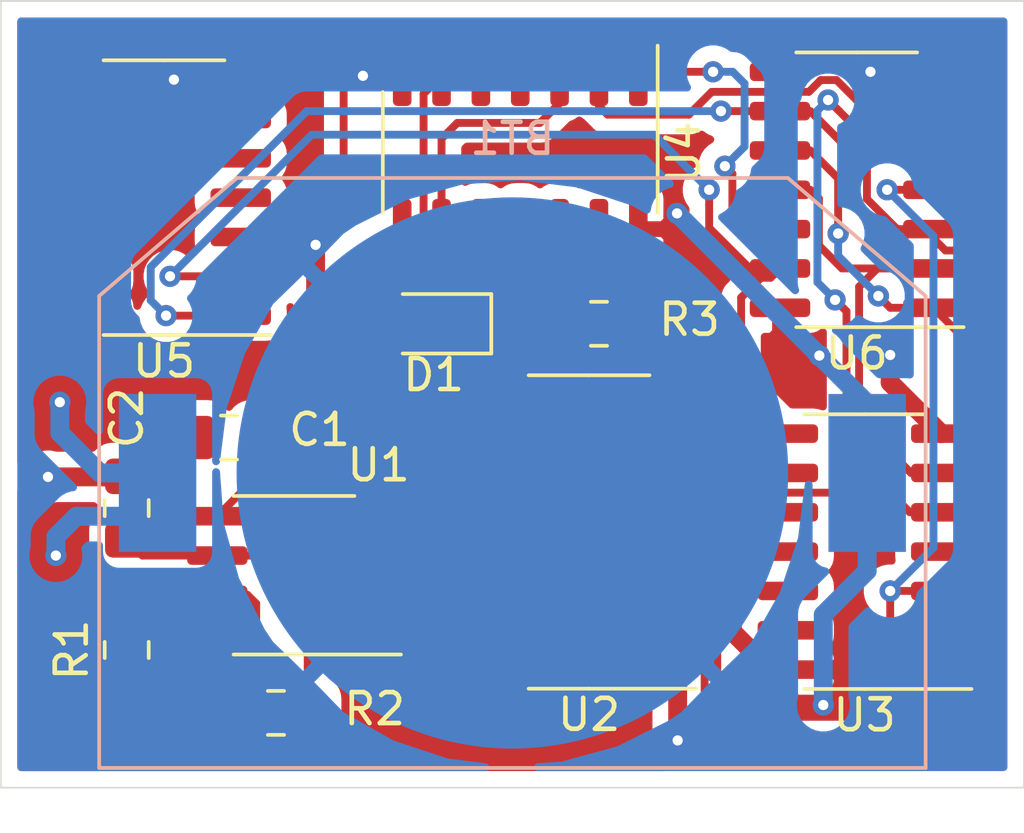
<source format=kicad_pcb>
(kicad_pcb (version 20171130) (host pcbnew 5.1.5)

  (general
    (thickness 1.6)
    (drawings 4)
    (tracks 248)
    (zones 0)
    (modules 13)
    (nets 23)
  )

  (page A4)
  (layers
    (0 F.Cu signal)
    (31 B.Cu signal)
    (32 B.Adhes user)
    (33 F.Adhes user)
    (34 B.Paste user)
    (35 F.Paste user)
    (36 B.SilkS user)
    (37 F.SilkS user)
    (38 B.Mask user)
    (39 F.Mask user)
    (40 Dwgs.User user)
    (41 Cmts.User user)
    (42 Eco1.User user)
    (43 Eco2.User user)
    (44 Edge.Cuts user)
    (45 Margin user)
    (46 B.CrtYd user)
    (47 F.CrtYd user)
    (48 B.Fab user)
    (49 F.Fab user)
  )

  (setup
    (last_trace_width 0.254)
    (user_trace_width 0.6096)
    (trace_clearance 0.1524)
    (zone_clearance 0.508)
    (zone_45_only no)
    (trace_min 0.254)
    (via_size 0.6858)
    (via_drill 0.3302)
    (via_min_size 0.6858)
    (via_min_drill 0.3302)
    (uvia_size 0.3)
    (uvia_drill 0.1)
    (uvias_allowed no)
    (uvia_min_size 0.2)
    (uvia_min_drill 0.1)
    (edge_width 0.05)
    (segment_width 0.2)
    (pcb_text_width 0.3)
    (pcb_text_size 1.5 1.5)
    (mod_edge_width 0.12)
    (mod_text_size 1 1)
    (mod_text_width 0.15)
    (pad_size 1.524 1.524)
    (pad_drill 0.762)
    (pad_to_mask_clearance 0.051)
    (solder_mask_min_width 0.25)
    (aux_axis_origin 0 0)
    (visible_elements FFFFFF7F)
    (pcbplotparams
      (layerselection 0x010fc_ffffffff)
      (usegerberextensions false)
      (usegerberattributes false)
      (usegerberadvancedattributes false)
      (creategerberjobfile false)
      (excludeedgelayer true)
      (linewidth 0.100000)
      (plotframeref false)
      (viasonmask false)
      (mode 1)
      (useauxorigin false)
      (hpglpennumber 1)
      (hpglpenspeed 20)
      (hpglpendiameter 15.000000)
      (psnegative false)
      (psa4output false)
      (plotreference true)
      (plotvalue true)
      (plotinvisibletext false)
      (padsonsilk false)
      (subtractmaskfromsilk false)
      (outputformat 1)
      (mirror false)
      (drillshape 1)
      (scaleselection 1)
      (outputdirectory ""))
  )

  (net 0 "")
  (net 1 GND)
  (net 2 VDD)
  (net 3 N$1)
  (net 4 N$2)
  (net 5 N$20)
  (net 6 N$19)
  (net 7 N$3)
  (net 8 N$4)
  (net 9 N$7)
  (net 10 N$5)
  (net 11 N$9)
  (net 12 N$11)
  (net 13 N$6)
  (net 14 N$8)
  (net 15 N$10)
  (net 16 N$12)
  (net 17 N$18)
  (net 18 N$16)
  (net 19 N$13)
  (net 20 N$17)
  (net 21 N$15)
  (net 22 N$14)

  (net_class Default "This is the default net class."
    (clearance 0.1524)
    (trace_width 0.254)
    (via_dia 0.6858)
    (via_drill 0.3302)
    (uvia_dia 0.3)
    (uvia_drill 0.1)
    (diff_pair_width 0.254)
    (diff_pair_gap 0.254)
    (add_net GND)
    (add_net N$1)
    (add_net N$10)
    (add_net N$11)
    (add_net N$12)
    (add_net N$13)
    (add_net N$14)
    (add_net N$15)
    (add_net N$16)
    (add_net N$17)
    (add_net N$18)
    (add_net N$19)
    (add_net N$2)
    (add_net N$20)
    (add_net N$3)
    (add_net N$4)
    (add_net N$5)
    (add_net N$6)
    (add_net N$7)
    (add_net N$8)
    (add_net N$9)
    (add_net VDD)
  )

  (module Package_SO:SOIC-14_3.9x8.7mm_P1.27mm (layer F.Cu) (tedit 5D9F72B1) (tstamp 5E53F596)
    (at 144.461 114.046 180)
    (descr "SOIC, 14 Pin (JEDEC MS-012AB, https://www.analog.com/media/en/package-pcb-resources/package/pkg_pdf/soic_narrow-r/r_14.pdf), generated with kicad-footprint-generator ipc_gullwing_generator.py")
    (tags "SOIC SO")
    (path /top/14556736609446834847)
    (attr smd)
    (fp_text reference U6 (at 0 -5.28) (layer F.SilkS)
      (effects (font (size 1 1) (thickness 0.15)))
    )
    (fp_text value 74HC11 (at 0 5.28) (layer F.Fab)
      (effects (font (size 1 1) (thickness 0.15)))
    )
    (fp_text user %R (at 0 0) (layer F.Fab)
      (effects (font (size 0.98 0.98) (thickness 0.15)))
    )
    (fp_line (start 3.7 -4.58) (end -3.7 -4.58) (layer F.CrtYd) (width 0.05))
    (fp_line (start 3.7 4.58) (end 3.7 -4.58) (layer F.CrtYd) (width 0.05))
    (fp_line (start -3.7 4.58) (end 3.7 4.58) (layer F.CrtYd) (width 0.05))
    (fp_line (start -3.7 -4.58) (end -3.7 4.58) (layer F.CrtYd) (width 0.05))
    (fp_line (start -1.95 -3.35) (end -0.975 -4.325) (layer F.Fab) (width 0.1))
    (fp_line (start -1.95 4.325) (end -1.95 -3.35) (layer F.Fab) (width 0.1))
    (fp_line (start 1.95 4.325) (end -1.95 4.325) (layer F.Fab) (width 0.1))
    (fp_line (start 1.95 -4.325) (end 1.95 4.325) (layer F.Fab) (width 0.1))
    (fp_line (start -0.975 -4.325) (end 1.95 -4.325) (layer F.Fab) (width 0.1))
    (fp_line (start 0 -4.435) (end -3.45 -4.435) (layer F.SilkS) (width 0.12))
    (fp_line (start 0 -4.435) (end 1.95 -4.435) (layer F.SilkS) (width 0.12))
    (fp_line (start 0 4.435) (end -1.95 4.435) (layer F.SilkS) (width 0.12))
    (fp_line (start 0 4.435) (end 1.95 4.435) (layer F.SilkS) (width 0.12))
    (pad 14 smd roundrect (at 2.475 -3.81 180) (size 1.95 0.6) (layers F.Cu F.Paste F.Mask) (roundrect_rratio 0.25)
      (net 2 VDD))
    (pad 13 smd roundrect (at 2.475 -2.54 180) (size 1.95 0.6) (layers F.Cu F.Paste F.Mask) (roundrect_rratio 0.25)
      (net 16 N$12))
    (pad 12 smd roundrect (at 2.475 -1.27 180) (size 1.95 0.6) (layers F.Cu F.Paste F.Mask) (roundrect_rratio 0.25)
      (net 22 N$14))
    (pad 11 smd roundrect (at 2.475 0 180) (size 1.95 0.6) (layers F.Cu F.Paste F.Mask) (roundrect_rratio 0.25)
      (net 15 N$10))
    (pad 10 smd roundrect (at 2.475 1.27 180) (size 1.95 0.6) (layers F.Cu F.Paste F.Mask) (roundrect_rratio 0.25)
      (net 14 N$8))
    (pad 9 smd roundrect (at 2.475 2.54 180) (size 1.95 0.6) (layers F.Cu F.Paste F.Mask) (roundrect_rratio 0.25)
      (net 13 N$6))
    (pad 8 smd roundrect (at 2.475 3.81 180) (size 1.95 0.6) (layers F.Cu F.Paste F.Mask) (roundrect_rratio 0.25)
      (net 20 N$17))
    (pad 7 smd roundrect (at -2.475 3.81 180) (size 1.95 0.6) (layers F.Cu F.Paste F.Mask) (roundrect_rratio 0.25)
      (net 1 GND))
    (pad 6 smd roundrect (at -2.475 2.54 180) (size 1.95 0.6) (layers F.Cu F.Paste F.Mask) (roundrect_rratio 0.25)
      (net 21 N$15))
    (pad 5 smd roundrect (at -2.475 1.27 180) (size 1.95 0.6) (layers F.Cu F.Paste F.Mask) (roundrect_rratio 0.25)
      (net 11 N$9))
    (pad 4 smd roundrect (at -2.475 0 180) (size 1.95 0.6) (layers F.Cu F.Paste F.Mask) (roundrect_rratio 0.25)
      (net 9 N$7))
    (pad 3 smd roundrect (at -2.475 -1.27 180) (size 1.95 0.6) (layers F.Cu F.Paste F.Mask) (roundrect_rratio 0.25)
      (net 13 N$6))
    (pad 2 smd roundrect (at -2.475 -2.54 180) (size 1.95 0.6) (layers F.Cu F.Paste F.Mask) (roundrect_rratio 0.25)
      (net 15 N$10))
    (pad 1 smd roundrect (at -2.475 -3.81 180) (size 1.95 0.6) (layers F.Cu F.Paste F.Mask) (roundrect_rratio 0.25)
      (net 14 N$8))
    (model ${KISYS3DMOD}/Package_SO.3dshapes/SOIC-14_3.9x8.7mm_P1.27mm.wrl
      (at (xyz 0 0 0))
      (scale (xyz 1 1 1))
      (rotate (xyz 0 0 0))
    )
  )

  (module morse-blinky:BatteryHolder_LINK_BAT-HLD-001-SMT (layer B.Cu) (tedit 5E3E6D58) (tstamp 5E53F472)
    (at 133.35 123.19 180)
    (path /top/16502152874015317290)
    (fp_text reference BT1 (at 0 10.795) (layer B.SilkS)
      (effects (font (size 1 1) (thickness 0.15)) (justify mirror))
    )
    (fp_text value 9V (at 0 -10.795) (layer B.Fab)
      (effects (font (size 1 1) (thickness 0.15)) (justify mirror))
    )
    (fp_line (start 13.335 -9.525) (end 13.335 5.715) (layer B.SilkS) (width 0.12))
    (fp_line (start 13.335 5.715) (end 8.89 9.525) (layer B.SilkS) (width 0.12))
    (fp_line (start 8.89 9.525) (end -8.89 9.525) (layer B.SilkS) (width 0.12))
    (fp_line (start -8.89 9.525) (end -13.335 5.715) (layer B.SilkS) (width 0.12))
    (fp_line (start -13.335 5.715) (end -13.335 -9.525) (layer B.SilkS) (width 0.12))
    (fp_line (start -13.335 -9.525) (end 13.335 -9.525) (layer B.SilkS) (width 0.12))
    (pad 2 smd circle (at 0 0 180) (size 17.8 17.8) (layers B.Cu B.Paste B.Mask)
      (net 1 GND))
    (pad 1 smd rect (at -11.45 0 180) (size 2.5 5.1) (layers B.Cu B.Paste B.Mask)
      (net 2 VDD))
    (pad 1 smd rect (at 11.45 0 180) (size 2.5 5.1) (layers B.Cu B.Paste B.Mask)
      (net 2 VDD))
  )

  (module Capacitor_SMD:C_0805_2012Metric_Pad1.15x1.40mm_HandSolder (layer F.Cu) (tedit 5B36C52B) (tstamp 5E53F483)
    (at 124.206 122.047 180)
    (descr "Capacitor SMD 0805 (2012 Metric), square (rectangular) end terminal, IPC_7351 nominal with elongated pad for handsoldering. (Body size source: https://docs.google.com/spreadsheets/d/1BsfQQcO9C6DZCsRaXUlFlo91Tg2WpOkGARC1WS5S8t0/edit?usp=sharing), generated with kicad-footprint-generator")
    (tags "capacitor handsolder")
    (path /top/15453138976732580795)
    (attr smd)
    (fp_text reference C1 (at -2.921 0.254) (layer F.SilkS)
      (effects (font (size 1 1) (thickness 0.15)))
    )
    (fp_text value 100n (at 0 1.65) (layer F.Fab)
      (effects (font (size 1 1) (thickness 0.15)))
    )
    (fp_line (start -1 0.6) (end -1 -0.6) (layer F.Fab) (width 0.1))
    (fp_line (start -1 -0.6) (end 1 -0.6) (layer F.Fab) (width 0.1))
    (fp_line (start 1 -0.6) (end 1 0.6) (layer F.Fab) (width 0.1))
    (fp_line (start 1 0.6) (end -1 0.6) (layer F.Fab) (width 0.1))
    (fp_line (start -0.261252 -0.71) (end 0.261252 -0.71) (layer F.SilkS) (width 0.12))
    (fp_line (start -0.261252 0.71) (end 0.261252 0.71) (layer F.SilkS) (width 0.12))
    (fp_line (start -1.85 0.95) (end -1.85 -0.95) (layer F.CrtYd) (width 0.05))
    (fp_line (start -1.85 -0.95) (end 1.85 -0.95) (layer F.CrtYd) (width 0.05))
    (fp_line (start 1.85 -0.95) (end 1.85 0.95) (layer F.CrtYd) (width 0.05))
    (fp_line (start 1.85 0.95) (end -1.85 0.95) (layer F.CrtYd) (width 0.05))
    (fp_text user %R (at 0 0) (layer F.Fab)
      (effects (font (size 0.5 0.5) (thickness 0.08)))
    )
    (pad 1 smd roundrect (at -1.025 0 180) (size 1.15 1.4) (layers F.Cu F.Paste F.Mask) (roundrect_rratio 0.217391)
      (net 3 N$1))
    (pad 2 smd roundrect (at 1.025 0 180) (size 1.15 1.4) (layers F.Cu F.Paste F.Mask) (roundrect_rratio 0.217391)
      (net 1 GND))
    (model ${KISYS3DMOD}/Capacitor_SMD.3dshapes/C_0805_2012Metric.wrl
      (at (xyz 0 0 0))
      (scale (xyz 1 1 1))
      (rotate (xyz 0 0 0))
    )
  )

  (module Capacitor_SMD:C_0805_2012Metric_Pad1.15x1.40mm_HandSolder (layer F.Cu) (tedit 5B36C52B) (tstamp 5E53F494)
    (at 120.904 124.324 270)
    (descr "Capacitor SMD 0805 (2012 Metric), square (rectangular) end terminal, IPC_7351 nominal with elongated pad for handsoldering. (Body size source: https://docs.google.com/spreadsheets/d/1BsfQQcO9C6DZCsRaXUlFlo91Tg2WpOkGARC1WS5S8t0/edit?usp=sharing), generated with kicad-footprint-generator")
    (tags "capacitor handsolder")
    (path /top/11849016336199480541)
    (attr smd)
    (fp_text reference C2 (at -2.912 0 90) (layer F.SilkS)
      (effects (font (size 1 1) (thickness 0.15)))
    )
    (fp_text value 1U (at 0 1.65 90) (layer F.Fab)
      (effects (font (size 1 1) (thickness 0.15)))
    )
    (fp_text user %R (at 0 0 90) (layer F.Fab)
      (effects (font (size 0.5 0.5) (thickness 0.08)))
    )
    (fp_line (start 1.85 0.95) (end -1.85 0.95) (layer F.CrtYd) (width 0.05))
    (fp_line (start 1.85 -0.95) (end 1.85 0.95) (layer F.CrtYd) (width 0.05))
    (fp_line (start -1.85 -0.95) (end 1.85 -0.95) (layer F.CrtYd) (width 0.05))
    (fp_line (start -1.85 0.95) (end -1.85 -0.95) (layer F.CrtYd) (width 0.05))
    (fp_line (start -0.261252 0.71) (end 0.261252 0.71) (layer F.SilkS) (width 0.12))
    (fp_line (start -0.261252 -0.71) (end 0.261252 -0.71) (layer F.SilkS) (width 0.12))
    (fp_line (start 1 0.6) (end -1 0.6) (layer F.Fab) (width 0.1))
    (fp_line (start 1 -0.6) (end 1 0.6) (layer F.Fab) (width 0.1))
    (fp_line (start -1 -0.6) (end 1 -0.6) (layer F.Fab) (width 0.1))
    (fp_line (start -1 0.6) (end -1 -0.6) (layer F.Fab) (width 0.1))
    (pad 2 smd roundrect (at 1.025 0 270) (size 1.15 1.4) (layers F.Cu F.Paste F.Mask) (roundrect_rratio 0.217391)
      (net 4 N$2))
    (pad 1 smd roundrect (at -1.025 0 270) (size 1.15 1.4) (layers F.Cu F.Paste F.Mask) (roundrect_rratio 0.217391)
      (net 1 GND))
    (model ${KISYS3DMOD}/Capacitor_SMD.3dshapes/C_0805_2012Metric.wrl
      (at (xyz 0 0 0))
      (scale (xyz 1 1 1))
      (rotate (xyz 0 0 0))
    )
  )

  (module LED_SMD:LED_0805_2012Metric_Pad1.15x1.40mm_HandSolder (layer F.Cu) (tedit 5B4B45C9) (tstamp 5E53F4A7)
    (at 130.81 118.373 180)
    (descr "LED SMD 0805 (2012 Metric), square (rectangular) end terminal, IPC_7351 nominal, (Body size source: https://docs.google.com/spreadsheets/d/1BsfQQcO9C6DZCsRaXUlFlo91Tg2WpOkGARC1WS5S8t0/edit?usp=sharing), generated with kicad-footprint-generator")
    (tags "LED handsolder")
    (path /top/15879393689848254843)
    (attr smd)
    (fp_text reference D1 (at 0 -1.65) (layer F.SilkS)
      (effects (font (size 1 1) (thickness 0.15)))
    )
    (fp_text value LED (at 0 1.65) (layer F.Fab)
      (effects (font (size 1 1) (thickness 0.15)))
    )
    (fp_line (start 1 -0.6) (end -0.7 -0.6) (layer F.Fab) (width 0.1))
    (fp_line (start -0.7 -0.6) (end -1 -0.3) (layer F.Fab) (width 0.1))
    (fp_line (start -1 -0.3) (end -1 0.6) (layer F.Fab) (width 0.1))
    (fp_line (start -1 0.6) (end 1 0.6) (layer F.Fab) (width 0.1))
    (fp_line (start 1 0.6) (end 1 -0.6) (layer F.Fab) (width 0.1))
    (fp_line (start 1 -0.96) (end -1.86 -0.96) (layer F.SilkS) (width 0.12))
    (fp_line (start -1.86 -0.96) (end -1.86 0.96) (layer F.SilkS) (width 0.12))
    (fp_line (start -1.86 0.96) (end 1 0.96) (layer F.SilkS) (width 0.12))
    (fp_line (start -1.85 0.95) (end -1.85 -0.95) (layer F.CrtYd) (width 0.05))
    (fp_line (start -1.85 -0.95) (end 1.85 -0.95) (layer F.CrtYd) (width 0.05))
    (fp_line (start 1.85 -0.95) (end 1.85 0.95) (layer F.CrtYd) (width 0.05))
    (fp_line (start 1.85 0.95) (end -1.85 0.95) (layer F.CrtYd) (width 0.05))
    (fp_text user %R (at 0 0) (layer F.Fab)
      (effects (font (size 0.5 0.5) (thickness 0.08)))
    )
    (pad 1 smd roundrect (at -1.025 0 180) (size 1.15 1.4) (layers F.Cu F.Paste F.Mask) (roundrect_rratio 0.217391)
      (net 5 N$20))
    (pad 2 smd roundrect (at 1.025 0 180) (size 1.15 1.4) (layers F.Cu F.Paste F.Mask) (roundrect_rratio 0.217391)
      (net 6 N$19))
    (model ${KISYS3DMOD}/LED_SMD.3dshapes/LED_0805_2012Metric.wrl
      (at (xyz 0 0 0))
      (scale (xyz 1 1 1))
      (rotate (xyz 0 0 0))
    )
  )

  (module Resistor_SMD:R_0805_2012Metric_Pad1.15x1.40mm_HandSolder (layer F.Cu) (tedit 5B36C52B) (tstamp 5E53F4B8)
    (at 120.904 128.905 270)
    (descr "Resistor SMD 0805 (2012 Metric), square (rectangular) end terminal, IPC_7351 nominal with elongated pad for handsoldering. (Body size source: https://docs.google.com/spreadsheets/d/1BsfQQcO9C6DZCsRaXUlFlo91Tg2WpOkGARC1WS5S8t0/edit?usp=sharing), generated with kicad-footprint-generator")
    (tags "resistor handsolder")
    (path /top/2054981585984014470)
    (attr smd)
    (fp_text reference R1 (at 0 1.778 90) (layer F.SilkS)
      (effects (font (size 1 1) (thickness 0.15)))
    )
    (fp_text value 56K (at 0 1.65 90) (layer F.Fab)
      (effects (font (size 1 1) (thickness 0.15)))
    )
    (fp_line (start -1 0.6) (end -1 -0.6) (layer F.Fab) (width 0.1))
    (fp_line (start -1 -0.6) (end 1 -0.6) (layer F.Fab) (width 0.1))
    (fp_line (start 1 -0.6) (end 1 0.6) (layer F.Fab) (width 0.1))
    (fp_line (start 1 0.6) (end -1 0.6) (layer F.Fab) (width 0.1))
    (fp_line (start -0.261252 -0.71) (end 0.261252 -0.71) (layer F.SilkS) (width 0.12))
    (fp_line (start -0.261252 0.71) (end 0.261252 0.71) (layer F.SilkS) (width 0.12))
    (fp_line (start -1.85 0.95) (end -1.85 -0.95) (layer F.CrtYd) (width 0.05))
    (fp_line (start -1.85 -0.95) (end 1.85 -0.95) (layer F.CrtYd) (width 0.05))
    (fp_line (start 1.85 -0.95) (end 1.85 0.95) (layer F.CrtYd) (width 0.05))
    (fp_line (start 1.85 0.95) (end -1.85 0.95) (layer F.CrtYd) (width 0.05))
    (fp_text user %R (at 0 0 90) (layer F.Fab)
      (effects (font (size 0.5 0.5) (thickness 0.08)))
    )
    (pad 1 smd roundrect (at -1.025 0 270) (size 1.15 1.4) (layers F.Cu F.Paste F.Mask) (roundrect_rratio 0.217391)
      (net 7 N$3))
    (pad 2 smd roundrect (at 1.025 0 270) (size 1.15 1.4) (layers F.Cu F.Paste F.Mask) (roundrect_rratio 0.217391)
      (net 2 VDD))
    (model ${KISYS3DMOD}/Resistor_SMD.3dshapes/R_0805_2012Metric.wrl
      (at (xyz 0 0 0))
      (scale (xyz 1 1 1))
      (rotate (xyz 0 0 0))
    )
  )

  (module Resistor_SMD:R_0805_2012Metric_Pad1.15x1.40mm_HandSolder (layer F.Cu) (tedit 5B36C52B) (tstamp 5E53F4C9)
    (at 125.721 130.937 180)
    (descr "Resistor SMD 0805 (2012 Metric), square (rectangular) end terminal, IPC_7351 nominal with elongated pad for handsoldering. (Body size source: https://docs.google.com/spreadsheets/d/1BsfQQcO9C6DZCsRaXUlFlo91Tg2WpOkGARC1WS5S8t0/edit?usp=sharing), generated with kicad-footprint-generator")
    (tags "resistor handsolder")
    (path /top/902558781095013688)
    (attr smd)
    (fp_text reference R2 (at -3.184 0.127) (layer F.SilkS)
      (effects (font (size 1 1) (thickness 0.15)))
    )
    (fp_text value 56K (at 0 1.65) (layer F.Fab)
      (effects (font (size 1 1) (thickness 0.15)))
    )
    (fp_text user %R (at 0 0) (layer F.Fab)
      (effects (font (size 0.5 0.5) (thickness 0.08)))
    )
    (fp_line (start 1.85 0.95) (end -1.85 0.95) (layer F.CrtYd) (width 0.05))
    (fp_line (start 1.85 -0.95) (end 1.85 0.95) (layer F.CrtYd) (width 0.05))
    (fp_line (start -1.85 -0.95) (end 1.85 -0.95) (layer F.CrtYd) (width 0.05))
    (fp_line (start -1.85 0.95) (end -1.85 -0.95) (layer F.CrtYd) (width 0.05))
    (fp_line (start -0.261252 0.71) (end 0.261252 0.71) (layer F.SilkS) (width 0.12))
    (fp_line (start -0.261252 -0.71) (end 0.261252 -0.71) (layer F.SilkS) (width 0.12))
    (fp_line (start 1 0.6) (end -1 0.6) (layer F.Fab) (width 0.1))
    (fp_line (start 1 -0.6) (end 1 0.6) (layer F.Fab) (width 0.1))
    (fp_line (start -1 -0.6) (end 1 -0.6) (layer F.Fab) (width 0.1))
    (fp_line (start -1 0.6) (end -1 -0.6) (layer F.Fab) (width 0.1))
    (pad 2 smd roundrect (at 1.025 0 180) (size 1.15 1.4) (layers F.Cu F.Paste F.Mask) (roundrect_rratio 0.217391)
      (net 7 N$3))
    (pad 1 smd roundrect (at -1.025 0 180) (size 1.15 1.4) (layers F.Cu F.Paste F.Mask) (roundrect_rratio 0.217391)
      (net 4 N$2))
    (model ${KISYS3DMOD}/Resistor_SMD.3dshapes/R_0805_2012Metric.wrl
      (at (xyz 0 0 0))
      (scale (xyz 1 1 1))
      (rotate (xyz 0 0 0))
    )
  )

  (module Resistor_SMD:R_0805_2012Metric_Pad1.15x1.40mm_HandSolder (layer F.Cu) (tedit 5B36C52B) (tstamp 5E53F4DA)
    (at 136.144 118.373)
    (descr "Resistor SMD 0805 (2012 Metric), square (rectangular) end terminal, IPC_7351 nominal with elongated pad for handsoldering. (Body size source: https://docs.google.com/spreadsheets/d/1BsfQQcO9C6DZCsRaXUlFlo91Tg2WpOkGARC1WS5S8t0/edit?usp=sharing), generated with kicad-footprint-generator")
    (tags "resistor handsolder")
    (path /top/8503578805291001497)
    (attr smd)
    (fp_text reference R3 (at 2.921 -0.136) (layer F.SilkS)
      (effects (font (size 1 1) (thickness 0.15)))
    )
    (fp_text value 56 (at 0 1.65) (layer F.Fab)
      (effects (font (size 1 1) (thickness 0.15)))
    )
    (fp_line (start -1 0.6) (end -1 -0.6) (layer F.Fab) (width 0.1))
    (fp_line (start -1 -0.6) (end 1 -0.6) (layer F.Fab) (width 0.1))
    (fp_line (start 1 -0.6) (end 1 0.6) (layer F.Fab) (width 0.1))
    (fp_line (start 1 0.6) (end -1 0.6) (layer F.Fab) (width 0.1))
    (fp_line (start -0.261252 -0.71) (end 0.261252 -0.71) (layer F.SilkS) (width 0.12))
    (fp_line (start -0.261252 0.71) (end 0.261252 0.71) (layer F.SilkS) (width 0.12))
    (fp_line (start -1.85 0.95) (end -1.85 -0.95) (layer F.CrtYd) (width 0.05))
    (fp_line (start -1.85 -0.95) (end 1.85 -0.95) (layer F.CrtYd) (width 0.05))
    (fp_line (start 1.85 -0.95) (end 1.85 0.95) (layer F.CrtYd) (width 0.05))
    (fp_line (start 1.85 0.95) (end -1.85 0.95) (layer F.CrtYd) (width 0.05))
    (fp_text user %R (at 0 0) (layer F.Fab)
      (effects (font (size 0.5 0.5) (thickness 0.08)))
    )
    (pad 1 smd roundrect (at -1.025 0) (size 1.15 1.4) (layers F.Cu F.Paste F.Mask) (roundrect_rratio 0.217391)
      (net 5 N$20))
    (pad 2 smd roundrect (at 1.025 0) (size 1.15 1.4) (layers F.Cu F.Paste F.Mask) (roundrect_rratio 0.217391)
      (net 1 GND))
    (model ${KISYS3DMOD}/Resistor_SMD.3dshapes/R_0805_2012Metric.wrl
      (at (xyz 0 0 0))
      (scale (xyz 1 1 1))
      (rotate (xyz 0 0 0))
    )
  )

  (module Package_SO:SOIC-8_3.9x4.9mm_P1.27mm (layer F.Cu) (tedit 5D9F72B1) (tstamp 5E53F4F4)
    (at 126.303 126.492 180)
    (descr "SOIC, 8 Pin (JEDEC MS-012AA, https://www.analog.com/media/en/package-pcb-resources/package/pkg_pdf/soic_narrow-r/r_8.pdf), generated with kicad-footprint-generator ipc_gullwing_generator.py")
    (tags "SOIC SO")
    (path /top/17201187669046286835)
    (attr smd)
    (fp_text reference U1 (at -2.729 3.556) (layer F.SilkS)
      (effects (font (size 1 1) (thickness 0.15)))
    )
    (fp_text value 7555 (at 0 3.4) (layer F.Fab)
      (effects (font (size 1 1) (thickness 0.15)))
    )
    (fp_line (start 0 2.56) (end 1.95 2.56) (layer F.SilkS) (width 0.12))
    (fp_line (start 0 2.56) (end -1.95 2.56) (layer F.SilkS) (width 0.12))
    (fp_line (start 0 -2.56) (end 1.95 -2.56) (layer F.SilkS) (width 0.12))
    (fp_line (start 0 -2.56) (end -3.45 -2.56) (layer F.SilkS) (width 0.12))
    (fp_line (start -0.975 -2.45) (end 1.95 -2.45) (layer F.Fab) (width 0.1))
    (fp_line (start 1.95 -2.45) (end 1.95 2.45) (layer F.Fab) (width 0.1))
    (fp_line (start 1.95 2.45) (end -1.95 2.45) (layer F.Fab) (width 0.1))
    (fp_line (start -1.95 2.45) (end -1.95 -1.475) (layer F.Fab) (width 0.1))
    (fp_line (start -1.95 -1.475) (end -0.975 -2.45) (layer F.Fab) (width 0.1))
    (fp_line (start -3.7 -2.7) (end -3.7 2.7) (layer F.CrtYd) (width 0.05))
    (fp_line (start -3.7 2.7) (end 3.7 2.7) (layer F.CrtYd) (width 0.05))
    (fp_line (start 3.7 2.7) (end 3.7 -2.7) (layer F.CrtYd) (width 0.05))
    (fp_line (start 3.7 -2.7) (end -3.7 -2.7) (layer F.CrtYd) (width 0.05))
    (fp_text user %R (at 0 0) (layer F.Fab)
      (effects (font (size 0.98 0.98) (thickness 0.15)))
    )
    (pad 1 smd roundrect (at -2.475 -1.905 180) (size 1.95 0.6) (layers F.Cu F.Paste F.Mask) (roundrect_rratio 0.25)
      (net 1 GND))
    (pad 2 smd roundrect (at -2.475 -0.635 180) (size 1.95 0.6) (layers F.Cu F.Paste F.Mask) (roundrect_rratio 0.25)
      (net 4 N$2))
    (pad 3 smd roundrect (at -2.475 0.635 180) (size 1.95 0.6) (layers F.Cu F.Paste F.Mask) (roundrect_rratio 0.25)
      (net 8 N$4))
    (pad 4 smd roundrect (at -2.475 1.905 180) (size 1.95 0.6) (layers F.Cu F.Paste F.Mask) (roundrect_rratio 0.25)
      (net 2 VDD))
    (pad 5 smd roundrect (at 2.475 1.905 180) (size 1.95 0.6) (layers F.Cu F.Paste F.Mask) (roundrect_rratio 0.25)
      (net 3 N$1))
    (pad 6 smd roundrect (at 2.475 0.635 180) (size 1.95 0.6) (layers F.Cu F.Paste F.Mask) (roundrect_rratio 0.25)
      (net 4 N$2))
    (pad 7 smd roundrect (at 2.475 -0.635 180) (size 1.95 0.6) (layers F.Cu F.Paste F.Mask) (roundrect_rratio 0.25)
      (net 7 N$3))
    (pad 8 smd roundrect (at 2.475 -1.905 180) (size 1.95 0.6) (layers F.Cu F.Paste F.Mask) (roundrect_rratio 0.25)
      (net 2 VDD))
    (model ${KISYS3DMOD}/Package_SO.3dshapes/SOIC-8_3.9x4.9mm_P1.27mm.wrl
      (at (xyz 0 0 0))
      (scale (xyz 1 1 1))
      (rotate (xyz 0 0 0))
    )
  )

  (module Package_SO:SOIC-16_3.9x9.9mm_P1.27mm (layer F.Cu) (tedit 5D9F72B1) (tstamp 5E53F516)
    (at 135.825 125.095 180)
    (descr "SOIC, 16 Pin (JEDEC MS-012AC, https://www.analog.com/media/en/package-pcb-resources/package/pkg_pdf/soic_narrow-r/r_16.pdf), generated with kicad-footprint-generator ipc_gullwing_generator.py")
    (tags "SOIC SO")
    (path /top/3262078880210014010)
    (attr smd)
    (fp_text reference U2 (at 0 -5.9) (layer F.SilkS)
      (effects (font (size 1 1) (thickness 0.15)))
    )
    (fp_text value 74HC193 (at 0 5.9) (layer F.Fab)
      (effects (font (size 1 1) (thickness 0.15)))
    )
    (fp_line (start 0 5.06) (end 1.95 5.06) (layer F.SilkS) (width 0.12))
    (fp_line (start 0 5.06) (end -1.95 5.06) (layer F.SilkS) (width 0.12))
    (fp_line (start 0 -5.06) (end 1.95 -5.06) (layer F.SilkS) (width 0.12))
    (fp_line (start 0 -5.06) (end -3.45 -5.06) (layer F.SilkS) (width 0.12))
    (fp_line (start -0.975 -4.95) (end 1.95 -4.95) (layer F.Fab) (width 0.1))
    (fp_line (start 1.95 -4.95) (end 1.95 4.95) (layer F.Fab) (width 0.1))
    (fp_line (start 1.95 4.95) (end -1.95 4.95) (layer F.Fab) (width 0.1))
    (fp_line (start -1.95 4.95) (end -1.95 -3.975) (layer F.Fab) (width 0.1))
    (fp_line (start -1.95 -3.975) (end -0.975 -4.95) (layer F.Fab) (width 0.1))
    (fp_line (start -3.7 -5.2) (end -3.7 5.2) (layer F.CrtYd) (width 0.05))
    (fp_line (start -3.7 5.2) (end 3.7 5.2) (layer F.CrtYd) (width 0.05))
    (fp_line (start 3.7 5.2) (end 3.7 -5.2) (layer F.CrtYd) (width 0.05))
    (fp_line (start 3.7 -5.2) (end -3.7 -5.2) (layer F.CrtYd) (width 0.05))
    (fp_text user %R (at 0 0) (layer F.Fab)
      (effects (font (size 0.98 0.98) (thickness 0.15)))
    )
    (pad 1 smd roundrect (at -2.475 -4.445 180) (size 1.95 0.6) (layers F.Cu F.Paste F.Mask) (roundrect_rratio 0.25)
      (net 1 GND))
    (pad 2 smd roundrect (at -2.475 -3.175 180) (size 1.95 0.6) (layers F.Cu F.Paste F.Mask) (roundrect_rratio 0.25)
      (net 9 N$7))
    (pad 3 smd roundrect (at -2.475 -1.905 180) (size 1.95 0.6) (layers F.Cu F.Paste F.Mask) (roundrect_rratio 0.25)
      (net 10 N$5))
    (pad 4 smd roundrect (at -2.475 -0.635 180) (size 1.95 0.6) (layers F.Cu F.Paste F.Mask) (roundrect_rratio 0.25)
      (net 2 VDD))
    (pad 5 smd roundrect (at -2.475 0.635 180) (size 1.95 0.6) (layers F.Cu F.Paste F.Mask) (roundrect_rratio 0.25)
      (net 8 N$4))
    (pad 6 smd roundrect (at -2.475 1.905 180) (size 1.95 0.6) (layers F.Cu F.Paste F.Mask) (roundrect_rratio 0.25)
      (net 11 N$9))
    (pad 7 smd roundrect (at -2.475 3.175 180) (size 1.95 0.6) (layers F.Cu F.Paste F.Mask) (roundrect_rratio 0.25)
      (net 12 N$11))
    (pad 8 smd roundrect (at -2.475 4.445 180) (size 1.95 0.6) (layers F.Cu F.Paste F.Mask) (roundrect_rratio 0.25)
      (net 1 GND))
    (pad 9 smd roundrect (at 2.475 4.445 180) (size 1.95 0.6) (layers F.Cu F.Paste F.Mask) (roundrect_rratio 0.25)
      (net 1 GND))
    (pad 10 smd roundrect (at 2.475 3.175 180) (size 1.95 0.6) (layers F.Cu F.Paste F.Mask) (roundrect_rratio 0.25)
      (net 1 GND))
    (pad 11 smd roundrect (at 2.475 1.905 180) (size 1.95 0.6) (layers F.Cu F.Paste F.Mask) (roundrect_rratio 0.25)
      (net 2 VDD))
    (pad 12 smd roundrect (at 2.475 0.635 180) (size 1.95 0.6) (layers F.Cu F.Paste F.Mask) (roundrect_rratio 0.25))
    (pad 13 smd roundrect (at 2.475 -0.635 180) (size 1.95 0.6) (layers F.Cu F.Paste F.Mask) (roundrect_rratio 0.25))
    (pad 14 smd roundrect (at 2.475 -1.905 180) (size 1.95 0.6) (layers F.Cu F.Paste F.Mask) (roundrect_rratio 0.25))
    (pad 15 smd roundrect (at 2.475 -3.175 180) (size 1.95 0.6) (layers F.Cu F.Paste F.Mask) (roundrect_rratio 0.25)
      (net 1 GND))
    (pad 16 smd roundrect (at 2.475 -4.445 180) (size 1.95 0.6) (layers F.Cu F.Paste F.Mask) (roundrect_rratio 0.25)
      (net 2 VDD))
    (model ${KISYS3DMOD}/Package_SO.3dshapes/SOIC-16_3.9x9.9mm_P1.27mm.wrl
      (at (xyz 0 0 0))
      (scale (xyz 1 1 1))
      (rotate (xyz 0 0 0))
    )
  )

  (module Package_SO:SOIC-14_3.9x8.7mm_P1.27mm (layer F.Cu) (tedit 5D9F72B1) (tstamp 5E53FFC0)
    (at 144.715 125.73 180)
    (descr "SOIC, 14 Pin (JEDEC MS-012AB, https://www.analog.com/media/en/package-pcb-resources/package/pkg_pdf/soic_narrow-r/r_14.pdf), generated with kicad-footprint-generator ipc_gullwing_generator.py")
    (tags "SOIC SO")
    (path /top/13128070174394839682)
    (attr smd)
    (fp_text reference U3 (at 0 -5.28) (layer F.SilkS)
      (effects (font (size 1 1) (thickness 0.15)))
    )
    (fp_text value 74HC04 (at 0 5.28) (layer F.Fab)
      (effects (font (size 1 1) (thickness 0.15)))
    )
    (fp_line (start 0 4.435) (end 1.95 4.435) (layer F.SilkS) (width 0.12))
    (fp_line (start 0 4.435) (end -1.95 4.435) (layer F.SilkS) (width 0.12))
    (fp_line (start 0 -4.435) (end 1.95 -4.435) (layer F.SilkS) (width 0.12))
    (fp_line (start 0 -4.435) (end -3.45 -4.435) (layer F.SilkS) (width 0.12))
    (fp_line (start -0.975 -4.325) (end 1.95 -4.325) (layer F.Fab) (width 0.1))
    (fp_line (start 1.95 -4.325) (end 1.95 4.325) (layer F.Fab) (width 0.1))
    (fp_line (start 1.95 4.325) (end -1.95 4.325) (layer F.Fab) (width 0.1))
    (fp_line (start -1.95 4.325) (end -1.95 -3.35) (layer F.Fab) (width 0.1))
    (fp_line (start -1.95 -3.35) (end -0.975 -4.325) (layer F.Fab) (width 0.1))
    (fp_line (start -3.7 -4.58) (end -3.7 4.58) (layer F.CrtYd) (width 0.05))
    (fp_line (start -3.7 4.58) (end 3.7 4.58) (layer F.CrtYd) (width 0.05))
    (fp_line (start 3.7 4.58) (end 3.7 -4.58) (layer F.CrtYd) (width 0.05))
    (fp_line (start 3.7 -4.58) (end -3.7 -4.58) (layer F.CrtYd) (width 0.05))
    (fp_text user %R (at 0 0) (layer F.Fab)
      (effects (font (size 0.98 0.98) (thickness 0.15)))
    )
    (pad 1 smd roundrect (at -2.475 -3.81 180) (size 1.95 0.6) (layers F.Cu F.Paste F.Mask) (roundrect_rratio 0.25)
      (net 10 N$5))
    (pad 2 smd roundrect (at -2.475 -2.54 180) (size 1.95 0.6) (layers F.Cu F.Paste F.Mask) (roundrect_rratio 0.25)
      (net 13 N$6))
    (pad 3 smd roundrect (at -2.475 -1.27 180) (size 1.95 0.6) (layers F.Cu F.Paste F.Mask) (roundrect_rratio 0.25)
      (net 9 N$7))
    (pad 4 smd roundrect (at -2.475 0 180) (size 1.95 0.6) (layers F.Cu F.Paste F.Mask) (roundrect_rratio 0.25)
      (net 14 N$8))
    (pad 5 smd roundrect (at -2.475 1.27 180) (size 1.95 0.6) (layers F.Cu F.Paste F.Mask) (roundrect_rratio 0.25)
      (net 11 N$9))
    (pad 6 smd roundrect (at -2.475 2.54 180) (size 1.95 0.6) (layers F.Cu F.Paste F.Mask) (roundrect_rratio 0.25)
      (net 15 N$10))
    (pad 7 smd roundrect (at -2.475 3.81 180) (size 1.95 0.6) (layers F.Cu F.Paste F.Mask) (roundrect_rratio 0.25)
      (net 1 GND))
    (pad 8 smd roundrect (at 2.475 3.81 180) (size 1.95 0.6) (layers F.Cu F.Paste F.Mask) (roundrect_rratio 0.25)
      (net 16 N$12))
    (pad 9 smd roundrect (at 2.475 2.54 180) (size 1.95 0.6) (layers F.Cu F.Paste F.Mask) (roundrect_rratio 0.25)
      (net 12 N$11))
    (pad 10 smd roundrect (at 2.475 1.27 180) (size 1.95 0.6) (layers F.Cu F.Paste F.Mask) (roundrect_rratio 0.25))
    (pad 11 smd roundrect (at 2.475 0 180) (size 1.95 0.6) (layers F.Cu F.Paste F.Mask) (roundrect_rratio 0.25))
    (pad 12 smd roundrect (at 2.475 -1.27 180) (size 1.95 0.6) (layers F.Cu F.Paste F.Mask) (roundrect_rratio 0.25))
    (pad 13 smd roundrect (at 2.475 -2.54 180) (size 1.95 0.6) (layers F.Cu F.Paste F.Mask) (roundrect_rratio 0.25))
    (pad 14 smd roundrect (at 2.475 -3.81 180) (size 1.95 0.6) (layers F.Cu F.Paste F.Mask) (roundrect_rratio 0.25)
      (net 2 VDD))
    (model ${KISYS3DMOD}/Package_SO.3dshapes/SOIC-14_3.9x8.7mm_P1.27mm.wrl
      (at (xyz 0 0 0))
      (scale (xyz 1 1 1))
      (rotate (xyz 0 0 0))
    )
  )

  (module Package_SO:SOIC-14_3.9x8.7mm_P1.27mm (layer F.Cu) (tedit 5D9F72B1) (tstamp 5E53F556)
    (at 133.604 112.841 270)
    (descr "SOIC, 14 Pin (JEDEC MS-012AB, https://www.analog.com/media/en/package-pcb-resources/package/pkg_pdf/soic_narrow-r/r_14.pdf), generated with kicad-footprint-generator ipc_gullwing_generator.py")
    (tags "SOIC SO")
    (path /top/5652657175057169378)
    (attr smd)
    (fp_text reference U4 (at 0 -5.28 90) (layer F.SilkS)
      (effects (font (size 1 1) (thickness 0.15)))
    )
    (fp_text value 74HC32 (at 0 5.28 90) (layer F.Fab)
      (effects (font (size 1 1) (thickness 0.15)))
    )
    (fp_text user %R (at 0 0 90) (layer F.Fab)
      (effects (font (size 0.98 0.98) (thickness 0.15)))
    )
    (fp_line (start 3.7 -4.58) (end -3.7 -4.58) (layer F.CrtYd) (width 0.05))
    (fp_line (start 3.7 4.58) (end 3.7 -4.58) (layer F.CrtYd) (width 0.05))
    (fp_line (start -3.7 4.58) (end 3.7 4.58) (layer F.CrtYd) (width 0.05))
    (fp_line (start -3.7 -4.58) (end -3.7 4.58) (layer F.CrtYd) (width 0.05))
    (fp_line (start -1.95 -3.35) (end -0.975 -4.325) (layer F.Fab) (width 0.1))
    (fp_line (start -1.95 4.325) (end -1.95 -3.35) (layer F.Fab) (width 0.1))
    (fp_line (start 1.95 4.325) (end -1.95 4.325) (layer F.Fab) (width 0.1))
    (fp_line (start 1.95 -4.325) (end 1.95 4.325) (layer F.Fab) (width 0.1))
    (fp_line (start -0.975 -4.325) (end 1.95 -4.325) (layer F.Fab) (width 0.1))
    (fp_line (start 0 -4.435) (end -3.45 -4.435) (layer F.SilkS) (width 0.12))
    (fp_line (start 0 -4.435) (end 1.95 -4.435) (layer F.SilkS) (width 0.12))
    (fp_line (start 0 4.435) (end -1.95 4.435) (layer F.SilkS) (width 0.12))
    (fp_line (start 0 4.435) (end 1.95 4.435) (layer F.SilkS) (width 0.12))
    (pad 14 smd roundrect (at 2.475 -3.81 270) (size 1.95 0.6) (layers F.Cu F.Paste F.Mask) (roundrect_rratio 0.25)
      (net 2 VDD))
    (pad 13 smd roundrect (at 2.475 -2.54 270) (size 1.95 0.6) (layers F.Cu F.Paste F.Mask) (roundrect_rratio 0.25))
    (pad 12 smd roundrect (at 2.475 -1.27 270) (size 1.95 0.6) (layers F.Cu F.Paste F.Mask) (roundrect_rratio 0.25))
    (pad 11 smd roundrect (at 2.475 0 270) (size 1.95 0.6) (layers F.Cu F.Paste F.Mask) (roundrect_rratio 0.25))
    (pad 10 smd roundrect (at 2.475 1.27 270) (size 1.95 0.6) (layers F.Cu F.Paste F.Mask) (roundrect_rratio 0.25)
      (net 17 N$18))
    (pad 9 smd roundrect (at 2.475 2.54 270) (size 1.95 0.6) (layers F.Cu F.Paste F.Mask) (roundrect_rratio 0.25)
      (net 18 N$16))
    (pad 8 smd roundrect (at 2.475 3.81 270) (size 1.95 0.6) (layers F.Cu F.Paste F.Mask) (roundrect_rratio 0.25)
      (net 6 N$19))
    (pad 7 smd roundrect (at -2.475 3.81 270) (size 1.95 0.6) (layers F.Cu F.Paste F.Mask) (roundrect_rratio 0.25)
      (net 1 GND))
    (pad 6 smd roundrect (at -2.475 2.54 270) (size 1.95 0.6) (layers F.Cu F.Paste F.Mask) (roundrect_rratio 0.25)
      (net 17 N$18))
    (pad 5 smd roundrect (at -2.475 1.27 270) (size 1.95 0.6) (layers F.Cu F.Paste F.Mask) (roundrect_rratio 0.25)
      (net 19 N$13))
    (pad 4 smd roundrect (at -2.475 0 270) (size 1.95 0.6) (layers F.Cu F.Paste F.Mask) (roundrect_rratio 0.25)
      (net 20 N$17))
    (pad 3 smd roundrect (at -2.475 -1.27 270) (size 1.95 0.6) (layers F.Cu F.Paste F.Mask) (roundrect_rratio 0.25)
      (net 18 N$16))
    (pad 2 smd roundrect (at -2.475 -2.54 270) (size 1.95 0.6) (layers F.Cu F.Paste F.Mask) (roundrect_rratio 0.25)
      (net 21 N$15))
    (pad 1 smd roundrect (at -2.475 -3.81 270) (size 1.95 0.6) (layers F.Cu F.Paste F.Mask) (roundrect_rratio 0.25)
      (net 22 N$14))
    (model ${KISYS3DMOD}/Package_SO.3dshapes/SOIC-14_3.9x8.7mm_P1.27mm.wrl
      (at (xyz 0 0 0))
      (scale (xyz 1 1 1))
      (rotate (xyz 0 0 0))
    )
  )

  (module Package_SO:SOIC-14_3.9x8.7mm_P1.27mm (layer F.Cu) (tedit 5D9F72B1) (tstamp 5E53F576)
    (at 122.109 114.3 180)
    (descr "SOIC, 14 Pin (JEDEC MS-012AB, https://www.analog.com/media/en/package-pcb-resources/package/pkg_pdf/soic_narrow-r/r_14.pdf), generated with kicad-footprint-generator ipc_gullwing_generator.py")
    (tags "SOIC SO")
    (path /top/9462115121044863402)
    (attr smd)
    (fp_text reference U5 (at 0 -5.28) (layer F.SilkS)
      (effects (font (size 1 1) (thickness 0.15)))
    )
    (fp_text value 74HC08 (at 0 5.28) (layer F.Fab)
      (effects (font (size 1 1) (thickness 0.15)))
    )
    (fp_line (start 0 4.435) (end 1.95 4.435) (layer F.SilkS) (width 0.12))
    (fp_line (start 0 4.435) (end -1.95 4.435) (layer F.SilkS) (width 0.12))
    (fp_line (start 0 -4.435) (end 1.95 -4.435) (layer F.SilkS) (width 0.12))
    (fp_line (start 0 -4.435) (end -3.45 -4.435) (layer F.SilkS) (width 0.12))
    (fp_line (start -0.975 -4.325) (end 1.95 -4.325) (layer F.Fab) (width 0.1))
    (fp_line (start 1.95 -4.325) (end 1.95 4.325) (layer F.Fab) (width 0.1))
    (fp_line (start 1.95 4.325) (end -1.95 4.325) (layer F.Fab) (width 0.1))
    (fp_line (start -1.95 4.325) (end -1.95 -3.35) (layer F.Fab) (width 0.1))
    (fp_line (start -1.95 -3.35) (end -0.975 -4.325) (layer F.Fab) (width 0.1))
    (fp_line (start -3.7 -4.58) (end -3.7 4.58) (layer F.CrtYd) (width 0.05))
    (fp_line (start -3.7 4.58) (end 3.7 4.58) (layer F.CrtYd) (width 0.05))
    (fp_line (start 3.7 4.58) (end 3.7 -4.58) (layer F.CrtYd) (width 0.05))
    (fp_line (start 3.7 -4.58) (end -3.7 -4.58) (layer F.CrtYd) (width 0.05))
    (fp_text user %R (at 0 0) (layer F.Fab)
      (effects (font (size 0.98 0.98) (thickness 0.15)))
    )
    (pad 1 smd roundrect (at -2.475 -3.81 180) (size 1.95 0.6) (layers F.Cu F.Paste F.Mask) (roundrect_rratio 0.25)
      (net 13 N$6))
    (pad 2 smd roundrect (at -2.475 -2.54 180) (size 1.95 0.6) (layers F.Cu F.Paste F.Mask) (roundrect_rratio 0.25)
      (net 16 N$12))
    (pad 3 smd roundrect (at -2.475 -1.27 180) (size 1.95 0.6) (layers F.Cu F.Paste F.Mask) (roundrect_rratio 0.25)
      (net 19 N$13))
    (pad 4 smd roundrect (at -2.475 0 180) (size 1.95 0.6) (layers F.Cu F.Paste F.Mask) (roundrect_rratio 0.25))
    (pad 5 smd roundrect (at -2.475 1.27 180) (size 1.95 0.6) (layers F.Cu F.Paste F.Mask) (roundrect_rratio 0.25))
    (pad 6 smd roundrect (at -2.475 2.54 180) (size 1.95 0.6) (layers F.Cu F.Paste F.Mask) (roundrect_rratio 0.25))
    (pad 7 smd roundrect (at -2.475 3.81 180) (size 1.95 0.6) (layers F.Cu F.Paste F.Mask) (roundrect_rratio 0.25)
      (net 1 GND))
    (pad 8 smd roundrect (at 2.475 3.81 180) (size 1.95 0.6) (layers F.Cu F.Paste F.Mask) (roundrect_rratio 0.25))
    (pad 9 smd roundrect (at 2.475 2.54 180) (size 1.95 0.6) (layers F.Cu F.Paste F.Mask) (roundrect_rratio 0.25))
    (pad 10 smd roundrect (at 2.475 1.27 180) (size 1.95 0.6) (layers F.Cu F.Paste F.Mask) (roundrect_rratio 0.25))
    (pad 11 smd roundrect (at 2.475 0 180) (size 1.95 0.6) (layers F.Cu F.Paste F.Mask) (roundrect_rratio 0.25))
    (pad 12 smd roundrect (at 2.475 -1.27 180) (size 1.95 0.6) (layers F.Cu F.Paste F.Mask) (roundrect_rratio 0.25))
    (pad 13 smd roundrect (at 2.475 -2.54 180) (size 1.95 0.6) (layers F.Cu F.Paste F.Mask) (roundrect_rratio 0.25))
    (pad 14 smd roundrect (at 2.475 -3.81 180) (size 1.95 0.6) (layers F.Cu F.Paste F.Mask) (roundrect_rratio 0.25)
      (net 2 VDD))
    (model ${KISYS3DMOD}/Package_SO.3dshapes/SOIC-14_3.9x8.7mm_P1.27mm.wrl
      (at (xyz 0 0 0))
      (scale (xyz 1 1 1))
      (rotate (xyz 0 0 0))
    )
  )

  (gr_line (start 116.84 133.35) (end 116.84 107.95) (layer Edge.Cuts) (width 0.05) (tstamp 5E54054D))
  (gr_line (start 149.86 133.35) (end 116.84 133.35) (layer Edge.Cuts) (width 0.05))
  (gr_line (start 149.86 107.95) (end 149.86 133.35) (layer Edge.Cuts) (width 0.05))
  (gr_line (start 116.84 107.95) (end 149.86 107.95) (layer Edge.Cuts) (width 0.05))

  (segment (start 120.204 123.299) (end 120.186 123.317) (width 0.6096) (layer F.Cu) (net 1))
  (segment (start 120.904 123.299) (end 120.204 123.299) (width 0.6096) (layer F.Cu) (net 1))
  (via (at 118.364 123.317) (size 0.6858) (drill 0.3302) (layers F.Cu B.Cu) (net 1))
  (segment (start 120.186 123.317) (end 118.364 123.317) (width 0.6096) (layer F.Cu) (net 1))
  (segment (start 122.156 122.047) (end 120.904 123.299) (width 0.6096) (layer F.Cu) (net 1))
  (segment (start 123.181 122.047) (end 122.156 122.047) (width 0.6096) (layer F.Cu) (net 1))
  (segment (start 138.3 119.504) (end 137.169 118.373) (width 0.6096) (layer F.Cu) (net 1))
  (segment (start 138.3 120.65) (end 138.3 119.504) (width 0.6096) (layer F.Cu) (net 1))
  (segment (start 133.35 120.65) (end 133.35 121.92) (width 0.6096) (layer F.Cu) (net 1))
  (segment (start 128.905 128.27) (end 133.35 128.27) (width 0.6096) (layer F.Cu) (net 1))
  (segment (start 128.778 128.397) (end 128.905 128.27) (width 0.6096) (layer F.Cu) (net 1))
  (segment (start 124.584 110.49) (end 122.428 110.49) (width 0.6096) (layer F.Cu) (net 1))
  (via (at 122.428 110.49) (size 0.6858) (drill 0.3302) (layers F.Cu B.Cu) (net 1))
  (segment (start 129.794 110.366) (end 128.527 110.366) (width 0.6096) (layer F.Cu) (net 1))
  (via (at 128.527 110.366) (size 0.6858) (drill 0.3302) (layers F.Cu B.Cu) (net 1))
  (segment (start 134.892 120.65) (end 137.169 118.373) (width 0.6096) (layer F.Cu) (net 1))
  (segment (start 133.35 120.65) (end 134.892 120.65) (width 0.6096) (layer F.Cu) (net 1))
  (segment (start 130.586852 120.95) (end 127 117.363148) (width 0.6096) (layer F.Cu) (net 1))
  (segment (start 133.35 120.65) (end 133.05 120.95) (width 0.6096) (layer F.Cu) (net 1))
  (segment (start 133.05 120.95) (end 130.586852 120.95) (width 0.6096) (layer F.Cu) (net 1))
  (via (at 127 115.824) (size 0.6858) (drill 0.3302) (layers F.Cu B.Cu) (net 1))
  (segment (start 127 117.363148) (end 127 115.824) (width 0.6096) (layer F.Cu) (net 1))
  (segment (start 146.936 110.236) (end 144.907 110.236) (width 0.6096) (layer F.Cu) (net 1))
  (via (at 144.907 110.236) (size 0.6858) (drill 0.3302) (layers F.Cu B.Cu) (net 1))
  (segment (start 147.19 121.92) (end 145.542 120.272) (width 0.6096) (layer F.Cu) (net 1))
  (via (at 145.542 119.38) (size 0.6858) (drill 0.3302) (layers F.Cu B.Cu) (net 1))
  (segment (start 145.542 120.272) (end 145.542 119.38) (width 0.6096) (layer F.Cu) (net 1))
  (segment (start 138.3 129.54) (end 138.684 129.924) (width 0.6096) (layer F.Cu) (net 1))
  (via (at 138.684 131.826) (size 0.6858) (drill 0.3302) (layers F.Cu B.Cu) (net 1))
  (segment (start 138.684 129.924) (end 138.684 131.826) (width 0.6096) (layer F.Cu) (net 1))
  (segment (start 136.3535 129.54) (end 138.3 129.54) (width 0.6096) (layer F.Cu) (net 1))
  (segment (start 133.35 128.27) (end 135.0835 128.27) (width 0.6096) (layer F.Cu) (net 1))
  (segment (start 135.0835 128.27) (end 136.3535 129.54) (width 0.6096) (layer F.Cu) (net 1))
  (segment (start 119.2784 124.587) (end 118.618 125.2474) (width 0.6096) (layer B.Cu) (net 2))
  (segment (start 121.138 124.587) (end 119.2784 124.587) (width 0.6096) (layer B.Cu) (net 2))
  (via (at 118.618 125.857) (size 0.6858) (drill 0.3302) (layers F.Cu B.Cu) (net 2))
  (segment (start 118.618 125.2474) (end 118.618 125.857) (width 0.6096) (layer B.Cu) (net 2))
  (via (at 143.256 119.4) (size 0.6858) (drill 0.3302) (layers F.Cu B.Cu) (net 2))
  (segment (start 144.8 120.944) (end 143.256 119.4) (width 0.6096) (layer B.Cu) (net 2))
  (segment (start 144.8 123.19) (end 144.8 120.944) (width 0.6096) (layer B.Cu) (net 2))
  (segment (start 120.0404 123.19) (end 118.745 121.8946) (width 0.6096) (layer B.Cu) (net 2))
  (segment (start 121.9 123.19) (end 120.0404 123.19) (width 0.6096) (layer B.Cu) (net 2))
  (via (at 118.745 120.904) (size 0.6858) (drill 0.3302) (layers F.Cu B.Cu) (net 2))
  (segment (start 118.745 121.8946) (end 118.745 120.904) (width 0.6096) (layer B.Cu) (net 2))
  (segment (start 143.256 119.4) (end 138.664 114.808) (width 0.6096) (layer B.Cu) (net 2))
  (via (at 138.664 114.808) (size 0.6858) (drill 0.3302) (layers F.Cu B.Cu) (net 2))
  (via (at 143.383 130.683) (size 0.6858) (drill 0.3302) (layers F.Cu B.Cu) (net 2))
  (segment (start 144.8 126.3496) (end 143.383 127.7666) (width 0.6096) (layer B.Cu) (net 2))
  (segment (start 144.8 123.19) (end 144.8 126.3496) (width 0.6096) (layer B.Cu) (net 2))
  (segment (start 143.383 130.198067) (end 143.383 130.683) (width 0.6096) (layer B.Cu) (net 2))
  (segment (start 143.383 127.7666) (end 143.383 130.198067) (width 0.6096) (layer B.Cu) (net 2))
  (segment (start 141.376274 129.24) (end 140.335 128.198726) (width 0.6096) (layer F.Cu) (net 2))
  (segment (start 142.24 129.54) (end 141.94 129.24) (width 0.6096) (layer F.Cu) (net 2))
  (segment (start 141.94 129.24) (end 141.376274 129.24) (width 0.6096) (layer F.Cu) (net 2))
  (segment (start 139.275 125.73) (end 138.3 125.73) (width 0.6096) (layer F.Cu) (net 2))
  (segment (start 140.335 126.79) (end 139.275 125.73) (width 0.6096) (layer F.Cu) (net 2))
  (segment (start 140.335 128.198726) (end 140.335 126.79) (width 0.6096) (layer F.Cu) (net 2))
  (segment (start 133.35 123.19) (end 130.175 123.19) (width 0.254) (layer F.Cu) (net 2))
  (segment (start 130.175 123.19) (end 127.127 120.142) (width 0.254) (layer F.Cu) (net 2))
  (segment (start 119.507 120.142) (end 118.745 120.904) (width 0.254) (layer F.Cu) (net 2))
  (segment (start 127.127 120.142) (end 119.507 120.142) (width 0.254) (layer F.Cu) (net 2))
  (segment (start 125.231 123.184) (end 123.828 124.587) (width 0.254) (layer F.Cu) (net 3))
  (segment (start 125.231 122.047) (end 125.231 123.184) (width 0.254) (layer F.Cu) (net 3))
  (segment (start 126.746 128.184) (end 127.803 127.127) (width 0.254) (layer F.Cu) (net 4))
  (segment (start 126.746 130.937) (end 126.746 128.184) (width 0.254) (layer F.Cu) (net 4))
  (segment (start 124.803 125.857) (end 123.828 125.857) (width 0.254) (layer F.Cu) (net 4))
  (segment (start 126.533 125.857) (end 124.803 125.857) (width 0.254) (layer F.Cu) (net 4))
  (segment (start 127.803 127.127) (end 126.533 125.857) (width 0.254) (layer F.Cu) (net 4))
  (segment (start 128.778 127.127) (end 127.803 127.127) (width 0.254) (layer F.Cu) (net 4))
  (segment (start 121.412 125.857) (end 120.904 125.349) (width 0.254) (layer F.Cu) (net 4))
  (segment (start 123.828 125.857) (end 121.412 125.857) (width 0.254) (layer F.Cu) (net 4))
  (segment (start 131.835 118.373) (end 135.119 118.373) (width 0.254) (layer F.Cu) (net 5))
  (segment (start 129.794 118.364) (end 129.785 118.373) (width 0.254) (layer F.Cu) (net 6))
  (segment (start 129.794 115.316) (end 129.794 118.364) (width 0.254) (layer F.Cu) (net 6))
  (segment (start 121.082 127.127) (end 120.904 127.305) (width 0.254) (layer F.Cu) (net 7))
  (segment (start 120.904 127.305) (end 120.904 127.88) (width 0.254) (layer F.Cu) (net 7))
  (segment (start 123.828 127.127) (end 121.082 127.127) (width 0.254) (layer F.Cu) (net 7))
  (segment (start 124.803 127.127) (end 123.828 127.127) (width 0.254) (layer F.Cu) (net 7))
  (segment (start 125.08241 129.85059) (end 125.08241 127.40641) (width 0.254) (layer F.Cu) (net 7))
  (segment (start 124.696 130.237) (end 125.08241 129.85059) (width 0.254) (layer F.Cu) (net 7))
  (segment (start 125.08241 127.40641) (end 124.803 127.127) (width 0.254) (layer F.Cu) (net 7))
  (segment (start 124.696 130.937) (end 124.696 130.237) (width 0.254) (layer F.Cu) (net 7))
  (segment (start 136.906 124.46) (end 138.3 124.46) (width 0.254) (layer F.Cu) (net 8))
  (segment (start 136.21541 125.15059) (end 136.906 124.46) (width 0.254) (layer F.Cu) (net 8))
  (segment (start 132.34713 125.15059) (end 136.21541 125.15059) (width 0.254) (layer F.Cu) (net 8))
  (segment (start 128.778 125.857) (end 131.64072 125.857) (width 0.254) (layer F.Cu) (net 8))
  (segment (start 131.64072 125.857) (end 132.34713 125.15059) (width 0.254) (layer F.Cu) (net 8))
  (segment (start 147.19 127) (end 145.542 127) (width 0.254) (layer F.Cu) (net 9))
  (via (at 145.542 127) (size 0.6858) (drill 0.3302) (layers F.Cu B.Cu) (net 9))
  (segment (start 138.3 128.27) (end 138.43 128.27) (width 0.254) (layer F.Cu) (net 9))
  (segment (start 139.960821 128.911821) (end 139.319 128.27) (width 0.254) (layer F.Cu) (net 9))
  (segment (start 145.542 130.81) (end 144.526 131.826) (width 0.254) (layer F.Cu) (net 9))
  (segment (start 145.542 127) (end 145.542 130.81) (width 0.254) (layer F.Cu) (net 9))
  (segment (start 140.716 131.826) (end 139.960821 131.070821) (width 0.254) (layer F.Cu) (net 9))
  (segment (start 139.319 128.27) (end 138.3 128.27) (width 0.254) (layer F.Cu) (net 9))
  (segment (start 144.526 131.826) (end 140.716 131.826) (width 0.254) (layer F.Cu) (net 9))
  (segment (start 139.960821 131.070821) (end 139.960821 128.911821) (width 0.254) (layer F.Cu) (net 9))
  (segment (start 145.542 127) (end 146.939 125.603) (width 0.254) (layer B.Cu) (net 9))
  (segment (start 146.936 114.046) (end 145.443395 114.046) (width 0.254) (layer F.Cu) (net 9))
  (segment (start 146.939 125.603) (end 146.939 115.541605) (width 0.254) (layer B.Cu) (net 9))
  (via (at 145.443395 114.046) (size 0.6858) (drill 0.3302) (layers F.Cu B.Cu) (net 9))
  (segment (start 145.786294 114.388899) (end 145.443395 114.046) (width 0.254) (layer B.Cu) (net 9))
  (segment (start 146.939 115.541605) (end 145.786294 114.388899) (width 0.254) (layer B.Cu) (net 9))
  (segment (start 147.19 129.84) (end 147.19 129.54) (width 0.254) (layer F.Cu) (net 10))
  (segment (start 144.696 132.334) (end 147.19 129.84) (width 0.254) (layer F.Cu) (net 10))
  (segment (start 137.04559 128.59787) (end 137.40351 128.95579) (width 0.254) (layer F.Cu) (net 10))
  (segment (start 139.55441 131.55341) (end 140.335 132.334) (width 0.254) (layer F.Cu) (net 10))
  (segment (start 137.04559 127.27941) (end 137.04559 128.59787) (width 0.254) (layer F.Cu) (net 10))
  (segment (start 137.40351 128.95579) (end 138.541987 128.95579) (width 0.254) (layer F.Cu) (net 10))
  (segment (start 137.325 127) (end 137.04559 127.27941) (width 0.254) (layer F.Cu) (net 10))
  (segment (start 138.541987 128.95579) (end 138.546787 128.96059) (width 0.254) (layer F.Cu) (net 10))
  (segment (start 138.546787 128.96059) (end 139.30287 128.96059) (width 0.254) (layer F.Cu) (net 10))
  (segment (start 138.3 127) (end 137.325 127) (width 0.254) (layer F.Cu) (net 10))
  (segment (start 139.30287 128.96059) (end 139.55441 129.21213) (width 0.254) (layer F.Cu) (net 10))
  (segment (start 139.55441 129.21213) (end 139.55441 131.55341) (width 0.254) (layer F.Cu) (net 10))
  (segment (start 140.335 132.334) (end 144.696 132.334) (width 0.254) (layer F.Cu) (net 10))
  (segment (start 146.177 124.46) (end 147.19 124.46) (width 0.254) (layer F.Cu) (net 11))
  (segment (start 138.3 123.19) (end 138.935 123.825) (width 0.254) (layer F.Cu) (net 11))
  (segment (start 145.542 123.825) (end 146.177 124.46) (width 0.254) (layer F.Cu) (net 11))
  (via (at 143.764 117.602) (size 0.6858) (drill 0.3302) (layers F.Cu B.Cu) (net 11))
  (segment (start 144.132289 117.970289) (end 144.132289 122.669289) (width 0.254) (layer F.Cu) (net 11))
  (segment (start 143.764 117.602) (end 144.132289 117.970289) (width 0.254) (layer F.Cu) (net 11))
  (segment (start 144.132289 122.669289) (end 145.288 123.825) (width 0.254) (layer F.Cu) (net 11))
  (segment (start 138.935 123.825) (end 145.288 123.825) (width 0.254) (layer F.Cu) (net 11))
  (segment (start 145.288 123.825) (end 145.542 123.825) (width 0.254) (layer F.Cu) (net 11))
  (segment (start 144.866638 112.476) (end 143.880398 111.48976) (width 0.254) (layer F.Cu) (net 11))
  (segment (start 143.880398 111.48976) (end 143.537499 111.146861) (width 0.254) (layer F.Cu) (net 11))
  (segment (start 146.636 112.476) (end 144.866638 112.476) (width 0.254) (layer F.Cu) (net 11))
  (segment (start 146.936 112.776) (end 146.636 112.476) (width 0.254) (layer F.Cu) (net 11))
  (via (at 143.537499 111.146861) (size 0.6858) (drill 0.3302) (layers F.Cu B.Cu) (net 11))
  (segment (start 143.764 117.602) (end 143.1946 117.0326) (width 0.254) (layer B.Cu) (net 11))
  (segment (start 143.1946 111.48976) (end 143.537499 111.146861) (width 0.254) (layer B.Cu) (net 11))
  (segment (start 143.1946 117.0326) (end 143.1946 111.48976) (width 0.254) (layer B.Cu) (net 11))
  (segment (start 141.265 123.19) (end 142.24 123.19) (width 0.254) (layer F.Cu) (net 12))
  (segment (start 140.545 123.19) (end 141.265 123.19) (width 0.254) (layer F.Cu) (net 12))
  (segment (start 139.275 121.92) (end 140.545 123.19) (width 0.254) (layer F.Cu) (net 12))
  (segment (start 138.3 121.92) (end 139.275 121.92) (width 0.254) (layer F.Cu) (net 12))
  (segment (start 124.584 118.11) (end 122.174 118.11) (width 0.254) (layer F.Cu) (net 13))
  (via (at 122.174 118.11) (size 0.6858) (drill 0.3302) (layers F.Cu B.Cu) (net 13))
  (segment (start 141.986 111.506) (end 140.081 111.506) (width 0.254) (layer F.Cu) (net 13))
  (via (at 140.081 111.506) (size 0.6858) (drill 0.3302) (layers F.Cu B.Cu) (net 13))
  (segment (start 121.678699 117.614699) (end 121.831101 117.767101) (width 0.254) (layer B.Cu) (net 13))
  (segment (start 121.831101 117.767101) (end 122.174 118.11) (width 0.254) (layer B.Cu) (net 13))
  (segment (start 121.678699 116.541295) (end 121.678699 117.614699) (width 0.254) (layer B.Cu) (net 13))
  (segment (start 126.713994 111.506) (end 121.678699 116.541295) (width 0.254) (layer B.Cu) (net 13))
  (segment (start 140.081 111.506) (end 126.713994 111.506) (width 0.254) (layer B.Cu) (net 13))
  (segment (start 148.165 128.27) (end 147.19 128.27) (width 0.254) (layer F.Cu) (net 13))
  (segment (start 148.971 127.464) (end 148.165 128.27) (width 0.254) (layer F.Cu) (net 13))
  (segment (start 146.936 115.616) (end 147.32659 116.00659) (width 0.254) (layer F.Cu) (net 13))
  (segment (start 147.32659 116.00659) (end 147.93887 116.00659) (width 0.254) (layer F.Cu) (net 13))
  (segment (start 147.93887 116.00659) (end 148.971 117.03872) (width 0.254) (layer F.Cu) (net 13))
  (segment (start 146.936 115.316) (end 146.936 115.616) (width 0.254) (layer F.Cu) (net 13))
  (segment (start 148.971 117.03872) (end 148.971 127.464) (width 0.254) (layer F.Cu) (net 13))
  (segment (start 142.961 111.506) (end 144.792699 113.337699) (width 0.254) (layer F.Cu) (net 13))
  (segment (start 141.986 111.506) (end 142.961 111.506) (width 0.254) (layer F.Cu) (net 13))
  (segment (start 145.961 115.316) (end 146.936 115.316) (width 0.254) (layer F.Cu) (net 13))
  (segment (start 144.792699 113.337699) (end 144.792699 114.344705) (width 0.254) (layer F.Cu) (net 13))
  (segment (start 145.763994 115.316) (end 145.961 115.316) (width 0.254) (layer F.Cu) (net 13))
  (segment (start 144.792699 114.344705) (end 145.763994 115.316) (width 0.254) (layer F.Cu) (net 13))
  (via (at 145.161 117.475) (size 0.6858) (drill 0.3302) (layers F.Cu B.Cu) (net 14))
  (segment (start 145.161 117.475) (end 145.542 117.856) (width 0.254) (layer F.Cu) (net 14))
  (segment (start 145.542 117.856) (end 146.936 117.856) (width 0.254) (layer F.Cu) (net 14))
  (segment (start 148.44441 124.78787) (end 148.44441 119.36441) (width 0.254) (layer F.Cu) (net 14))
  (segment (start 147.236 118.156) (end 146.936 117.856) (width 0.254) (layer F.Cu) (net 14))
  (segment (start 147.19 125.73) (end 147.50228 125.73) (width 0.254) (layer F.Cu) (net 14))
  (segment (start 148.44441 119.36441) (end 147.236 118.156) (width 0.254) (layer F.Cu) (net 14))
  (segment (start 147.50228 125.73) (end 148.44441 124.78787) (width 0.254) (layer F.Cu) (net 14))
  (via (at 143.86272 115.457193) (size 0.6858) (drill 0.3302) (layers F.Cu B.Cu) (net 14))
  (segment (start 141.986 112.776) (end 142.961 112.776) (width 0.254) (layer F.Cu) (net 14))
  (segment (start 142.961 112.776) (end 143.86272 113.67772) (width 0.254) (layer F.Cu) (net 14))
  (segment (start 143.86272 113.67772) (end 143.86272 114.97226) (width 0.254) (layer F.Cu) (net 14))
  (segment (start 143.86272 116.17672) (end 143.86272 115.457193) (width 0.254) (layer B.Cu) (net 14))
  (segment (start 145.161 117.475) (end 143.86272 116.17672) (width 0.254) (layer B.Cu) (net 14))
  (segment (start 143.86272 114.97226) (end 143.86272 115.457193) (width 0.254) (layer F.Cu) (net 14))
  (segment (start 145.961 116.586) (end 146.936 116.586) (width 0.254) (layer F.Cu) (net 15))
  (segment (start 145.128994 116.586) (end 145.961 116.586) (width 0.254) (layer F.Cu) (net 15))
  (segment (start 144.538699 117.176295) (end 145.128994 116.586) (width 0.254) (layer F.Cu) (net 15))
  (segment (start 144.538699 121.513699) (end 144.538699 117.176295) (width 0.254) (layer F.Cu) (net 15))
  (segment (start 146.215 123.19) (end 144.538699 121.513699) (width 0.254) (layer F.Cu) (net 15))
  (segment (start 147.19 123.19) (end 146.215 123.19) (width 0.254) (layer F.Cu) (net 15))
  (segment (start 143.24041 114.32541) (end 143.24041 115.840418) (width 0.254) (layer F.Cu) (net 15))
  (segment (start 143.24041 115.840418) (end 143.985992 116.586) (width 0.254) (layer F.Cu) (net 15))
  (segment (start 143.985992 116.586) (end 145.961 116.586) (width 0.254) (layer F.Cu) (net 15))
  (segment (start 141.986 114.046) (end 142.961 114.046) (width 0.254) (layer F.Cu) (net 15))
  (segment (start 142.961 114.046) (end 143.24041 114.32541) (width 0.254) (layer F.Cu) (net 15))
  (segment (start 124.584 116.84) (end 122.301 116.84) (width 0.254) (layer F.Cu) (net 16))
  (via (at 122.301 116.84) (size 0.6858) (drill 0.3302) (layers F.Cu B.Cu) (net 16))
  (segment (start 139.699998 115.274998) (end 139.699998 114.530933) (width 0.254) (layer F.Cu) (net 16))
  (segment (start 139.699998 114.530933) (end 139.699998 114.046) (width 0.254) (layer F.Cu) (net 16))
  (segment (start 141.986 116.586) (end 141.011 116.586) (width 0.254) (layer F.Cu) (net 16))
  (segment (start 141.011 116.586) (end 139.699998 115.274998) (width 0.254) (layer F.Cu) (net 16))
  (via (at 139.699998 114.046) (size 0.6858) (drill 0.3302) (layers F.Cu B.Cu) (net 16))
  (segment (start 137.921998 112.268) (end 139.357099 113.703101) (width 0.254) (layer B.Cu) (net 16))
  (segment (start 139.357099 113.703101) (end 139.699998 114.046) (width 0.254) (layer B.Cu) (net 16))
  (segment (start 122.301 116.84) (end 126.873 112.268) (width 0.254) (layer B.Cu) (net 16))
  (segment (start 126.873 112.268) (end 137.921998 112.268) (width 0.254) (layer B.Cu) (net 16))
  (segment (start 140.73159 120.41159) (end 141.94 121.62) (width 0.254) (layer F.Cu) (net 16))
  (segment (start 140.73159 117.52813) (end 140.73159 120.41159) (width 0.254) (layer F.Cu) (net 16))
  (segment (start 141.37372 116.886) (end 140.73159 117.52813) (width 0.254) (layer F.Cu) (net 16))
  (segment (start 141.94 121.62) (end 142.24 121.92) (width 0.254) (layer F.Cu) (net 16))
  (segment (start 141.686 116.886) (end 141.37372 116.886) (width 0.254) (layer F.Cu) (net 16))
  (segment (start 141.986 116.586) (end 141.686 116.886) (width 0.254) (layer F.Cu) (net 16))
  (segment (start 132.334 116.291) (end 132.334 115.316) (width 0.254) (layer F.Cu) (net 17))
  (segment (start 130.73613 116.57041) (end 132.05459 116.57041) (width 0.254) (layer F.Cu) (net 17))
  (segment (start 130.48459 116.31887) (end 130.73613 116.57041) (width 0.254) (layer F.Cu) (net 17))
  (segment (start 130.48459 110.94541) (end 130.48459 116.31887) (width 0.254) (layer F.Cu) (net 17))
  (segment (start 132.05459 116.57041) (end 132.334 116.291) (width 0.254) (layer F.Cu) (net 17))
  (segment (start 131.064 110.366) (end 130.48459 110.94541) (width 0.254) (layer F.Cu) (net 17))
  (segment (start 134.874 111.252) (end 134.874 110.366) (width 0.254) (layer F.Cu) (net 18))
  (segment (start 134.239 111.887) (end 134.874 111.252) (width 0.254) (layer F.Cu) (net 18))
  (segment (start 131.572 111.887) (end 134.239 111.887) (width 0.254) (layer F.Cu) (net 18))
  (segment (start 131.064 115.316) (end 131.064 112.395) (width 0.254) (layer F.Cu) (net 18))
  (segment (start 131.064 112.395) (end 131.572 111.887) (width 0.254) (layer F.Cu) (net 18))
  (segment (start 132.05459 109.11159) (end 132.334 109.391) (width 0.254) (layer F.Cu) (net 19))
  (segment (start 128.860404 109.11159) (end 132.05459 109.11159) (width 0.254) (layer F.Cu) (net 19))
  (segment (start 132.334 109.391) (end 132.334 110.366) (width 0.254) (layer F.Cu) (net 19))
  (segment (start 127.904699 110.067295) (end 128.860404 109.11159) (width 0.254) (layer F.Cu) (net 19))
  (segment (start 127.904699 113.224301) (end 127.904699 110.067295) (width 0.254) (layer F.Cu) (net 19))
  (segment (start 125.559 115.57) (end 127.904699 113.224301) (width 0.254) (layer F.Cu) (net 19))
  (segment (start 124.584 115.57) (end 125.559 115.57) (width 0.254) (layer F.Cu) (net 19))
  (segment (start 141.686 109.936) (end 141.986 110.236) (width 0.254) (layer F.Cu) (net 20))
  (segment (start 140.86159 109.11159) (end 141.686 109.936) (width 0.254) (layer F.Cu) (net 20))
  (segment (start 134.47441 109.11159) (end 140.86159 109.11159) (width 0.254) (layer F.Cu) (net 20))
  (segment (start 133.604 110.366) (end 133.604 109.982) (width 0.254) (layer F.Cu) (net 20))
  (segment (start 133.604 109.982) (end 134.47441 109.11159) (width 0.254) (layer F.Cu) (net 20))
  (segment (start 143.808705 110.502699) (end 144.812006 111.506) (width 0.254) (layer F.Cu) (net 21))
  (segment (start 144.812006 111.506) (end 145.961 111.506) (width 0.254) (layer F.Cu) (net 21))
  (segment (start 145.961 111.506) (end 146.936 111.506) (width 0.254) (layer F.Cu) (net 21))
  (segment (start 139.782295 110.883699) (end 142.920581 110.883699) (width 0.254) (layer F.Cu) (net 21))
  (segment (start 136.42341 111.62041) (end 139.045584 111.62041) (width 0.254) (layer F.Cu) (net 21))
  (segment (start 142.920581 110.883699) (end 143.301581 110.502699) (width 0.254) (layer F.Cu) (net 21))
  (segment (start 139.045584 111.62041) (end 139.782295 110.883699) (width 0.254) (layer F.Cu) (net 21))
  (segment (start 136.144 111.341) (end 136.42341 111.62041) (width 0.254) (layer F.Cu) (net 21))
  (segment (start 143.301581 110.502699) (end 143.808705 110.502699) (width 0.254) (layer F.Cu) (net 21))
  (segment (start 136.144 110.366) (end 136.144 111.341) (width 0.254) (layer F.Cu) (net 21))
  (segment (start 141.986 115.316) (end 140.97 115.316) (width 0.254) (layer F.Cu) (net 22))
  (via (at 139.827 110.236) (size 0.6858) (drill 0.3302) (layers F.Cu B.Cu) (net 22))
  (via (at 140.208 113.284) (size 0.6858) (drill 0.3302) (layers F.Cu B.Cu) (net 22))
  (segment (start 140.843 110.617) (end 140.462 110.236) (width 0.254) (layer B.Cu) (net 22))
  (segment (start 140.208 113.284) (end 140.843 112.649) (width 0.254) (layer B.Cu) (net 22))
  (segment (start 140.462 110.236) (end 139.827 110.236) (width 0.254) (layer B.Cu) (net 22))
  (segment (start 140.843 112.649) (end 140.843 110.617) (width 0.254) (layer B.Cu) (net 22))
  (segment (start 137.544 110.236) (end 139.827 110.236) (width 0.254) (layer F.Cu) (net 22))
  (segment (start 137.414 110.366) (end 137.544 110.236) (width 0.254) (layer F.Cu) (net 22))
  (segment (start 140.449302 114.754302) (end 140.449302 113.525302) (width 0.254) (layer F.Cu) (net 22))
  (segment (start 141.011 115.316) (end 140.449302 114.754302) (width 0.254) (layer F.Cu) (net 22))
  (segment (start 140.449302 113.525302) (end 140.208 113.284) (width 0.254) (layer F.Cu) (net 22))
  (segment (start 141.986 115.316) (end 141.011 115.316) (width 0.254) (layer F.Cu) (net 22))

  (zone (net 1) (net_name GND) (layer B.Cu) (tstamp 0) (hatch edge 0.508)
    (connect_pads (clearance 0.508))
    (min_thickness 0.254)
    (fill yes (arc_segments 32) (thermal_gap 0.508) (thermal_bridge_width 0.508))
    (polygon
      (pts
        (xy 149.86 133.35) (xy 116.84 133.35) (xy 116.84 107.95) (xy 149.86 107.95)
      )
    )
    (filled_polygon
      (pts
        (xy 149.200001 132.69) (xy 134.178366 132.69) (xy 134.974125 132.632478) (xy 136.785054 132.134192) (xy 138.463976 131.292186)
        (xy 138.87841 131.01527) (xy 139.922225 129.94183) (xy 133.35 123.369605) (xy 126.777775 129.94183) (xy 127.82159 131.01527)
        (xy 129.454451 131.943449) (xy 131.237016 132.535238) (xy 132.476787 132.69) (xy 117.5 132.69) (xy 117.5 125.760685)
        (xy 117.6401 125.760685) (xy 117.6401 125.953315) (xy 117.67768 126.142243) (xy 117.751396 126.32021) (xy 117.858415 126.480375)
        (xy 117.994625 126.616585) (xy 118.15479 126.723604) (xy 118.332757 126.79732) (xy 118.521685 126.8349) (xy 118.714315 126.8349)
        (xy 118.903243 126.79732) (xy 119.08121 126.723604) (xy 119.241375 126.616585) (xy 119.377585 126.480375) (xy 119.484604 126.32021)
        (xy 119.55832 126.142243) (xy 119.5959 125.953315) (xy 119.5959 125.760685) (xy 119.569005 125.625472) (xy 119.667677 125.5268)
        (xy 120.011928 125.5268) (xy 120.011928 125.74) (xy 120.024188 125.864482) (xy 120.060498 125.98418) (xy 120.119463 126.094494)
        (xy 120.198815 126.191185) (xy 120.295506 126.270537) (xy 120.40582 126.329502) (xy 120.525518 126.365812) (xy 120.65 126.378072)
        (xy 123.15 126.378072) (xy 123.274482 126.365812) (xy 123.39418 126.329502) (xy 123.504494 126.270537) (xy 123.601185 126.191185)
        (xy 123.680537 126.094494) (xy 123.739502 125.98418) (xy 123.775812 125.864482) (xy 123.788072 125.74) (xy 123.788072 123.161655)
        (xy 123.907522 124.814125) (xy 124.405808 126.625054) (xy 125.247814 128.303976) (xy 125.52473 128.71841) (xy 126.59817 129.762225)
        (xy 133.170395 123.19) (xy 126.59817 116.617775) (xy 125.52473 117.66159) (xy 124.596551 119.294451) (xy 124.004762 121.077016)
        (xy 123.788072 122.812881) (xy 123.788072 120.64) (xy 123.775812 120.515518) (xy 123.739502 120.39582) (xy 123.680537 120.285506)
        (xy 123.601185 120.188815) (xy 123.504494 120.109463) (xy 123.39418 120.050498) (xy 123.274482 120.014188) (xy 123.15 120.001928)
        (xy 120.65 120.001928) (xy 120.525518 120.014188) (xy 120.40582 120.050498) (xy 120.295506 120.109463) (xy 120.198815 120.188815)
        (xy 120.119463 120.285506) (xy 120.060498 120.39582) (xy 120.024188 120.515518) (xy 120.011928 120.64) (xy 120.011928 121.832451)
        (xy 119.6848 121.505324) (xy 119.6848 121.190498) (xy 119.68532 121.189243) (xy 119.7229 121.000315) (xy 119.7229 120.807685)
        (xy 119.68532 120.618757) (xy 119.611604 120.44079) (xy 119.504585 120.280625) (xy 119.368375 120.144415) (xy 119.20821 120.037396)
        (xy 119.030243 119.96368) (xy 118.841315 119.9261) (xy 118.648685 119.9261) (xy 118.459757 119.96368) (xy 118.28179 120.037396)
        (xy 118.121625 120.144415) (xy 117.985415 120.280625) (xy 117.878396 120.44079) (xy 117.80468 120.618757) (xy 117.7671 120.807685)
        (xy 117.7671 121.000315) (xy 117.80468 121.189243) (xy 117.805201 121.1905) (xy 117.8052 121.848442) (xy 117.800654 121.8946)
        (xy 117.8052 121.940757) (xy 117.8052 121.940766) (xy 117.818798 122.078832) (xy 117.872537 122.255985) (xy 117.959804 122.419251)
        (xy 118.077246 122.562354) (xy 118.113115 122.591791) (xy 119.174235 123.652912) (xy 119.094167 123.660798) (xy 118.917014 123.714537)
        (xy 118.753748 123.801804) (xy 118.646506 123.889816) (xy 118.610646 123.919246) (xy 118.581217 123.955105) (xy 117.986114 124.55021)
        (xy 117.950246 124.579646) (xy 117.832804 124.722749) (xy 117.745537 124.886015) (xy 117.691798 125.063168) (xy 117.6782 125.201234)
        (xy 117.6782 125.201243) (xy 117.673654 125.2474) (xy 117.6782 125.293557) (xy 117.6782 125.570502) (xy 117.67768 125.571757)
        (xy 117.6401 125.760685) (xy 117.5 125.760685) (xy 117.5 116.541295) (xy 120.913013 116.541295) (xy 120.916699 116.578719)
        (xy 120.9167 117.577266) (xy 120.913013 117.614699) (xy 120.927726 117.764077) (xy 120.971298 117.907714) (xy 121.042054 118.040091)
        (xy 121.100777 118.111644) (xy 121.137278 118.156121) (xy 121.166348 118.179978) (xy 121.196948 118.210578) (xy 121.23368 118.395243)
        (xy 121.307396 118.57321) (xy 121.414415 118.733375) (xy 121.550625 118.869585) (xy 121.71079 118.976604) (xy 121.888757 119.05032)
        (xy 122.077685 119.0879) (xy 122.270315 119.0879) (xy 122.459243 119.05032) (xy 122.63721 118.976604) (xy 122.797375 118.869585)
        (xy 122.933585 118.733375) (xy 123.040604 118.57321) (xy 123.11432 118.395243) (xy 123.1519 118.206315) (xy 123.1519 118.013685)
        (xy 123.11432 117.824757) (xy 123.040604 117.64679) (xy 122.975141 117.548819) (xy 123.060585 117.463375) (xy 123.167604 117.30321)
        (xy 123.24132 117.125243) (xy 123.278052 116.940578) (xy 127.188631 113.03) (xy 137.606368 113.03) (xy 138.433215 113.856848)
        (xy 138.378757 113.86768) (xy 138.20079 113.941396) (xy 138.040625 114.048415) (xy 137.904415 114.184625) (xy 137.797396 114.34479)
        (xy 137.72368 114.522757) (xy 137.690516 114.689487) (xy 137.245549 114.436551) (xy 135.462984 113.844762) (xy 133.599218 113.612106)
        (xy 131.725875 113.747522) (xy 129.914946 114.245808) (xy 128.236024 115.087814) (xy 127.82159 115.36473) (xy 126.777775 116.43817)
        (xy 133.35 123.010395) (xy 133.364143 122.996253) (xy 133.543748 123.175858) (xy 133.529605 123.19) (xy 140.10183 129.762225)
        (xy 141.17527 128.71841) (xy 142.103449 127.085549) (xy 142.695238 125.302984) (xy 142.911928 123.567119) (xy 142.911928 125.74)
        (xy 142.924188 125.864482) (xy 142.960498 125.98418) (xy 143.019463 126.094494) (xy 143.098815 126.191185) (xy 143.195506 126.270537)
        (xy 143.30582 126.329502) (xy 143.425518 126.365812) (xy 143.452094 126.368429) (xy 142.751115 127.069409) (xy 142.715246 127.098846)
        (xy 142.597804 127.241949) (xy 142.510537 127.405215) (xy 142.456798 127.582368) (xy 142.4432 127.720434) (xy 142.4432 127.720443)
        (xy 142.438654 127.7666) (xy 142.4432 127.812758) (xy 142.443201 130.151891) (xy 142.4432 130.151901) (xy 142.4432 130.396502)
        (xy 142.44268 130.397757) (xy 142.4051 130.586685) (xy 142.4051 130.779315) (xy 142.44268 130.968243) (xy 142.516396 131.14621)
        (xy 142.623415 131.306375) (xy 142.759625 131.442585) (xy 142.91979 131.549604) (xy 143.097757 131.62332) (xy 143.286685 131.6609)
        (xy 143.479315 131.6609) (xy 143.668243 131.62332) (xy 143.84621 131.549604) (xy 144.006375 131.442585) (xy 144.142585 131.306375)
        (xy 144.249604 131.14621) (xy 144.32332 130.968243) (xy 144.3609 130.779315) (xy 144.3609 130.586685) (xy 144.32332 130.397757)
        (xy 144.3228 130.396502) (xy 144.3228 128.155876) (xy 144.818859 127.659819) (xy 144.918625 127.759585) (xy 145.07879 127.866604)
        (xy 145.256757 127.94032) (xy 145.445685 127.9779) (xy 145.638315 127.9779) (xy 145.827243 127.94032) (xy 146.00521 127.866604)
        (xy 146.165375 127.759585) (xy 146.301585 127.623375) (xy 146.408604 127.46321) (xy 146.48232 127.285243) (xy 146.519052 127.100578)
        (xy 147.451353 126.168278) (xy 147.480422 126.144422) (xy 147.575645 126.028392) (xy 147.646402 125.896015) (xy 147.689974 125.752378)
        (xy 147.701 125.640426) (xy 147.701 125.640424) (xy 147.704686 125.603001) (xy 147.701 125.565578) (xy 147.701 115.579027)
        (xy 147.704686 115.541604) (xy 147.701 115.504179) (xy 147.689974 115.392227) (xy 147.646402 115.24859) (xy 147.575645 115.116213)
        (xy 147.480422 115.000183) (xy 147.451352 114.976326) (xy 146.420447 113.945422) (xy 146.383715 113.760757) (xy 146.309999 113.58279)
        (xy 146.20298 113.422625) (xy 146.06677 113.286415) (xy 145.906605 113.179396) (xy 145.728638 113.10568) (xy 145.53971 113.0681)
        (xy 145.34708 113.0681) (xy 145.158152 113.10568) (xy 144.980185 113.179396) (xy 144.82002 113.286415) (xy 144.68381 113.422625)
        (xy 144.576791 113.58279) (xy 144.503075 113.760757) (xy 144.465495 113.949685) (xy 144.465495 114.142315) (xy 144.503075 114.331243)
        (xy 144.576791 114.50921) (xy 144.68381 114.669375) (xy 144.82002 114.805585) (xy 144.980185 114.912604) (xy 145.158152 114.98632)
        (xy 145.342817 115.023052) (xy 146.177001 115.857237) (xy 146.177001 120.014952) (xy 146.174482 120.014188) (xy 146.05 120.001928)
        (xy 145.187006 120.001928) (xy 144.123126 118.938049) (xy 144.122604 118.93679) (xy 144.015585 118.776625) (xy 143.879375 118.640415)
        (xy 143.788808 118.5799) (xy 143.860315 118.5799) (xy 144.049243 118.54232) (xy 144.22721 118.468604) (xy 144.387375 118.361585)
        (xy 144.523585 118.225375) (xy 144.52552 118.22248) (xy 144.537625 118.234585) (xy 144.69779 118.341604) (xy 144.875757 118.41532)
        (xy 145.064685 118.4529) (xy 145.257315 118.4529) (xy 145.446243 118.41532) (xy 145.62421 118.341604) (xy 145.784375 118.234585)
        (xy 145.920585 118.098375) (xy 146.027604 117.93821) (xy 146.10132 117.760243) (xy 146.1389 117.571315) (xy 146.1389 117.378685)
        (xy 146.10132 117.189757) (xy 146.027604 117.01179) (xy 145.920585 116.851625) (xy 145.784375 116.715415) (xy 145.62421 116.608396)
        (xy 145.446243 116.53468) (xy 145.261579 116.497948) (xy 144.711183 115.947553) (xy 144.729324 115.920403) (xy 144.80304 115.742436)
        (xy 144.84062 115.553508) (xy 144.84062 115.360878) (xy 144.80304 115.17195) (xy 144.729324 114.993983) (xy 144.622305 114.833818)
        (xy 144.486095 114.697608) (xy 144.32593 114.590589) (xy 144.147963 114.516873) (xy 143.959035 114.479293) (xy 143.9566 114.479293)
        (xy 143.9566 112.031735) (xy 144.000709 112.013465) (xy 144.160874 111.906446) (xy 144.297084 111.770236) (xy 144.404103 111.610071)
        (xy 144.477819 111.432104) (xy 144.515399 111.243176) (xy 144.515399 111.050546) (xy 144.477819 110.861618) (xy 144.404103 110.683651)
        (xy 144.297084 110.523486) (xy 144.160874 110.387276) (xy 144.000709 110.280257) (xy 143.822742 110.206541) (xy 143.633814 110.168961)
        (xy 143.441184 110.168961) (xy 143.252256 110.206541) (xy 143.074289 110.280257) (xy 142.914124 110.387276) (xy 142.777914 110.523486)
        (xy 142.670895 110.683651) (xy 142.597179 110.861618) (xy 142.559599 111.050546) (xy 142.559599 111.062365) (xy 142.557955 111.064368)
        (xy 142.487199 111.196745) (xy 142.443627 111.340382) (xy 142.428914 111.48976) (xy 142.432601 111.527193) (xy 142.4326 116.995177)
        (xy 142.428914 117.0326) (xy 142.4326 117.070023) (xy 142.4326 117.070025) (xy 142.443626 117.181977) (xy 142.476968 117.291891)
        (xy 140.116873 114.931797) (xy 140.163208 114.912604) (xy 140.323373 114.805585) (xy 140.459583 114.669375) (xy 140.566602 114.50921)
        (xy 140.640318 114.331243) (xy 140.677022 114.146721) (xy 140.831375 114.043585) (xy 140.967585 113.907375) (xy 141.074604 113.74721)
        (xy 141.14832 113.569243) (xy 141.185052 113.384578) (xy 141.355347 113.214283) (xy 141.384422 113.190422) (xy 141.453968 113.10568)
        (xy 141.479645 113.074393) (xy 141.550401 112.942016) (xy 141.550402 112.942015) (xy 141.593974 112.798378) (xy 141.605 112.686426)
        (xy 141.605 112.686423) (xy 141.608686 112.649) (xy 141.605 112.611577) (xy 141.605 110.654422) (xy 141.608686 110.616999)
        (xy 141.605 110.579574) (xy 141.593974 110.467622) (xy 141.550402 110.323985) (xy 141.479645 110.191608) (xy 141.384422 110.075578)
        (xy 141.355346 110.051716) (xy 141.027284 109.723654) (xy 141.003422 109.694578) (xy 140.887392 109.599355) (xy 140.755015 109.528598)
        (xy 140.611378 109.485026) (xy 140.499426 109.474) (xy 140.499423 109.474) (xy 140.462 109.470314) (xy 140.443911 109.472096)
        (xy 140.29021 109.369396) (xy 140.112243 109.29568) (xy 139.923315 109.2581) (xy 139.730685 109.2581) (xy 139.541757 109.29568)
        (xy 139.36379 109.369396) (xy 139.203625 109.476415) (xy 139.067415 109.612625) (xy 138.960396 109.77279) (xy 138.88668 109.950757)
        (xy 138.8491 110.139685) (xy 138.8491 110.332315) (xy 138.88668 110.521243) (xy 138.960396 110.69921) (xy 138.990324 110.744)
        (xy 126.751409 110.744) (xy 126.713993 110.740315) (xy 126.676577 110.744) (xy 126.676568 110.744) (xy 126.564616 110.755026)
        (xy 126.420979 110.798598) (xy 126.288602 110.869355) (xy 126.172572 110.964578) (xy 126.148715 110.993648) (xy 121.166353 115.976011)
        (xy 121.137277 115.999873) (xy 121.081682 116.067617) (xy 121.042054 116.115903) (xy 121.009547 116.17672) (xy 120.971297 116.248281)
        (xy 120.927725 116.391918) (xy 120.923473 116.435093) (xy 120.913013 116.541295) (xy 117.5 116.541295) (xy 117.5 108.61)
        (xy 149.2 108.61)
      )
    )
  )
  (zone (net 2) (net_name VDD) (layer F.Cu) (tstamp 0) (hatch edge 0.508)
    (connect_pads (clearance 0.508))
    (min_thickness 0.254)
    (fill yes (arc_segments 32) (thermal_gap 0.508) (thermal_bridge_width 0.508))
    (polygon
      (pts
        (xy 149.86 133.35) (xy 116.84 133.35) (xy 116.84 107.95) (xy 149.86 107.95)
      )
    )
    (filled_polygon
      (pts
        (xy 117.604415 123.940375) (xy 117.740625 124.076585) (xy 117.90079 124.183604) (xy 118.078757 124.25732) (xy 118.267685 124.2949)
        (xy 118.460315 124.2949) (xy 118.649243 124.25732) (xy 118.650498 124.2568) (xy 119.831933 124.2568) (xy 119.913816 124.324)
        (xy 119.826038 124.396038) (xy 119.715595 124.530613) (xy 119.633528 124.684149) (xy 119.582992 124.850745) (xy 119.565928 125.023999)
        (xy 119.565928 125.674001) (xy 119.582992 125.847255) (xy 119.633528 126.013851) (xy 119.715595 126.167387) (xy 119.826038 126.301962)
        (xy 119.960613 126.412405) (xy 120.114149 126.494472) (xy 120.280745 126.545008) (xy 120.453999 126.562072) (xy 120.56922 126.562072)
        (xy 120.540578 126.585578) (xy 120.516716 126.614654) (xy 120.464442 126.666928) (xy 120.453999 126.666928) (xy 120.280745 126.683992)
        (xy 120.114149 126.734528) (xy 119.960613 126.816595) (xy 119.826038 126.927038) (xy 119.715595 127.061613) (xy 119.633528 127.215149)
        (xy 119.582992 127.381745) (xy 119.565928 127.554999) (xy 119.565928 128.205001) (xy 119.582992 128.378255) (xy 119.633528 128.544851)
        (xy 119.715595 128.698387) (xy 119.826038 128.832962) (xy 119.832594 128.838342) (xy 119.752815 128.903815) (xy 119.673463 129.000506)
        (xy 119.614498 129.11082) (xy 119.578188 129.230518) (xy 119.565928 129.355) (xy 119.569 129.64425) (xy 119.72775 129.803)
        (xy 120.777 129.803) (xy 120.777 129.783) (xy 121.031 129.783) (xy 121.031 129.803) (xy 122.08025 129.803)
        (xy 122.239 129.64425) (xy 122.242072 129.355) (xy 122.229812 129.230518) (xy 122.193502 129.11082) (xy 122.134537 129.000506)
        (xy 122.055185 128.903815) (xy 121.975406 128.838342) (xy 121.981962 128.832962) (xy 122.092405 128.698387) (xy 122.174472 128.544851)
        (xy 122.218 128.401357) (xy 122.218 128.524002) (xy 122.376748 128.524002) (xy 122.218 128.68275) (xy 122.214928 128.697)
        (xy 122.227188 128.821482) (xy 122.263498 128.94118) (xy 122.322463 129.051494) (xy 122.401815 129.148185) (xy 122.498506 129.227537)
        (xy 122.60882 129.286502) (xy 122.728518 129.322812) (xy 122.853 129.335072) (xy 123.54225 129.332) (xy 123.701 129.17325)
        (xy 123.701 128.524) (xy 123.681 128.524) (xy 123.681 128.27) (xy 123.701 128.27) (xy 123.701 128.25)
        (xy 123.955 128.25) (xy 123.955 128.27) (xy 123.975 128.27) (xy 123.975 128.524) (xy 123.955 128.524)
        (xy 123.955 129.17325) (xy 124.11375 129.332) (xy 124.32041 129.332921) (xy 124.32041 129.53496) (xy 124.243926 129.611444)
        (xy 124.197745 129.615992) (xy 124.031149 129.666528) (xy 123.877613 129.748595) (xy 123.743038 129.859038) (xy 123.632595 129.993613)
        (xy 123.550528 130.147149) (xy 123.499992 130.313745) (xy 123.482928 130.486999) (xy 123.482928 131.387001) (xy 123.499992 131.560255)
        (xy 123.550528 131.726851) (xy 123.632595 131.880387) (xy 123.743038 132.014962) (xy 123.877613 132.125405) (xy 124.031149 132.207472)
        (xy 124.197745 132.258008) (xy 124.370999 132.275072) (xy 125.021001 132.275072) (xy 125.194255 132.258008) (xy 125.360851 132.207472)
        (xy 125.514387 132.125405) (xy 125.648962 132.014962) (xy 125.721 131.927184) (xy 125.793038 132.014962) (xy 125.927613 132.125405)
        (xy 126.081149 132.207472) (xy 126.247745 132.258008) (xy 126.420999 132.275072) (xy 127.071001 132.275072) (xy 127.244255 132.258008)
        (xy 127.410851 132.207472) (xy 127.564387 132.125405) (xy 127.698962 132.014962) (xy 127.809405 131.880387) (xy 127.891472 131.726851)
        (xy 127.942008 131.560255) (xy 127.959072 131.387001) (xy 127.959072 130.486999) (xy 127.942008 130.313745) (xy 127.891472 130.147149)
        (xy 127.809405 129.993613) (xy 127.698962 129.859038) (xy 127.675765 129.84) (xy 131.736928 129.84) (xy 131.749188 129.964482)
        (xy 131.785498 130.08418) (xy 131.844463 130.194494) (xy 131.923815 130.291185) (xy 132.020506 130.370537) (xy 132.13082 130.429502)
        (xy 132.250518 130.465812) (xy 132.375 130.478072) (xy 133.06425 130.475) (xy 133.223 130.31625) (xy 133.223 129.667)
        (xy 133.477 129.667) (xy 133.477 130.31625) (xy 133.63575 130.475) (xy 134.325 130.478072) (xy 134.449482 130.465812)
        (xy 134.56918 130.429502) (xy 134.679494 130.370537) (xy 134.776185 130.291185) (xy 134.855537 130.194494) (xy 134.914502 130.08418)
        (xy 134.950812 129.964482) (xy 134.963072 129.84) (xy 134.96 129.82575) (xy 134.80125 129.667) (xy 133.477 129.667)
        (xy 133.223 129.667) (xy 131.89875 129.667) (xy 131.74 129.82575) (xy 131.736928 129.84) (xy 127.675765 129.84)
        (xy 127.564387 129.748595) (xy 127.508 129.718455) (xy 127.508 129.196373) (xy 127.515171 129.202258) (xy 127.651418 129.275084)
        (xy 127.799255 129.319929) (xy 127.953 129.335072) (xy 128.714298 129.335072) (xy 128.778 129.341346) (xy 128.841702 129.335072)
        (xy 129.603 129.335072) (xy 129.756745 129.319929) (xy 129.904582 129.275084) (xy 130.026719 129.2098) (xy 131.739902 129.2098)
        (xy 131.736928 129.24) (xy 131.74 129.25425) (xy 131.89875 129.413) (xy 133.223 129.413) (xy 133.223 129.393)
        (xy 133.477 129.393) (xy 133.477 129.413) (xy 134.80125 129.413) (xy 134.849337 129.364913) (xy 135.656318 130.171895)
        (xy 135.685746 130.207754) (xy 135.828849 130.325196) (xy 135.992114 130.412463) (xy 136.169267 130.466202) (xy 136.307333 130.4798)
        (xy 136.307342 130.4798) (xy 136.353499 130.484346) (xy 136.399656 130.4798) (xy 137.7442 130.4798) (xy 137.744201 131.5395)
        (xy 137.74368 131.540757) (xy 137.7061 131.729685) (xy 137.7061 131.922315) (xy 137.74368 132.111243) (xy 137.817396 132.28921)
        (xy 137.924415 132.449375) (xy 138.060625 132.585585) (xy 138.216893 132.69) (xy 117.5 132.69) (xy 117.5 130.505)
        (xy 119.565928 130.505) (xy 119.578188 130.629482) (xy 119.614498 130.74918) (xy 119.673463 130.859494) (xy 119.752815 130.956185)
        (xy 119.849506 131.035537) (xy 119.95982 131.094502) (xy 120.079518 131.130812) (xy 120.204 131.143072) (xy 120.61825 131.14)
        (xy 120.777 130.98125) (xy 120.777 130.057) (xy 121.031 130.057) (xy 121.031 130.98125) (xy 121.18975 131.14)
        (xy 121.604 131.143072) (xy 121.728482 131.130812) (xy 121.84818 131.094502) (xy 121.958494 131.035537) (xy 122.055185 130.956185)
        (xy 122.134537 130.859494) (xy 122.193502 130.74918) (xy 122.229812 130.629482) (xy 122.242072 130.505) (xy 122.239 130.21575)
        (xy 122.08025 130.057) (xy 121.031 130.057) (xy 120.777 130.057) (xy 119.72775 130.057) (xy 119.569 130.21575)
        (xy 119.565928 130.505) (xy 117.5 130.505) (xy 117.5 123.784107)
      )
    )
    (filled_polygon
      (pts
        (xy 145.611716 124.972346) (xy 145.635578 125.001422) (xy 145.709219 125.061857) (xy 145.746085 125.092113) (xy 145.748454 125.095)
        (xy 145.709742 125.142171) (xy 145.636916 125.278418) (xy 145.592071 125.426255) (xy 145.576928 125.58) (xy 145.576928 125.88)
        (xy 145.590924 126.0221) (xy 145.445685 126.0221) (xy 145.256757 126.05968) (xy 145.07879 126.133396) (xy 144.918625 126.240415)
        (xy 144.782415 126.376625) (xy 144.675396 126.53679) (xy 144.60168 126.714757) (xy 144.5641 126.903685) (xy 144.5641 127.096315)
        (xy 144.60168 127.285243) (xy 144.675396 127.46321) (xy 144.78 127.619761) (xy 144.780001 130.494368) (xy 144.21037 131.064)
        (xy 141.031631 131.064) (xy 140.722821 130.755191) (xy 140.722821 130.172714) (xy 140.734463 130.194494) (xy 140.813815 130.291185)
        (xy 140.910506 130.370537) (xy 141.02082 130.429502) (xy 141.140518 130.465812) (xy 141.265 130.478072) (xy 141.95425 130.475)
        (xy 142.113 130.31625) (xy 142.113 129.667) (xy 142.367 129.667) (xy 142.367 130.31625) (xy 142.52575 130.475)
        (xy 143.215 130.478072) (xy 143.339482 130.465812) (xy 143.45918 130.429502) (xy 143.569494 130.370537) (xy 143.666185 130.291185)
        (xy 143.745537 130.194494) (xy 143.804502 130.08418) (xy 143.840812 129.964482) (xy 143.853072 129.84) (xy 143.85 129.82575)
        (xy 143.69125 129.667) (xy 142.367 129.667) (xy 142.113 129.667) (xy 142.093 129.667) (xy 142.093 129.413)
        (xy 142.113 129.413) (xy 142.113 129.393) (xy 142.367 129.393) (xy 142.367 129.413) (xy 143.69125 129.413)
        (xy 143.85 129.25425) (xy 143.853072 129.24) (xy 143.840812 129.115518) (xy 143.804502 128.99582) (xy 143.745537 128.885506)
        (xy 143.72127 128.855936) (xy 143.793084 128.721582) (xy 143.837929 128.573745) (xy 143.853072 128.42) (xy 143.853072 128.12)
        (xy 143.837929 127.966255) (xy 143.793084 127.818418) (xy 143.720258 127.682171) (xy 143.681546 127.635) (xy 143.720258 127.587829)
        (xy 143.793084 127.451582) (xy 143.837929 127.303745) (xy 143.853072 127.15) (xy 143.853072 126.85) (xy 143.837929 126.696255)
        (xy 143.793084 126.548418) (xy 143.720258 126.412171) (xy 143.681546 126.365) (xy 143.720258 126.317829) (xy 143.793084 126.181582)
        (xy 143.837929 126.033745) (xy 143.853072 125.88) (xy 143.853072 125.58) (xy 143.837929 125.426255) (xy 143.793084 125.278418)
        (xy 143.720258 125.142171) (xy 143.681546 125.095) (xy 143.720258 125.047829) (xy 143.793084 124.911582) (xy 143.837929 124.763745)
        (xy 143.853072 124.61) (xy 143.853072 124.587) (xy 145.22637 124.587)
      )
    )
    (filled_polygon
      (pts
        (xy 140.626928 124.61) (xy 140.642071 124.763745) (xy 140.686916 124.911582) (xy 140.759742 125.047829) (xy 140.798454 125.095)
        (xy 140.759742 125.142171) (xy 140.686916 125.278418) (xy 140.642071 125.426255) (xy 140.626928 125.58) (xy 140.626928 125.88)
        (xy 140.642071 126.033745) (xy 140.686916 126.181582) (xy 140.759742 126.317829) (xy 140.798454 126.365) (xy 140.759742 126.412171)
        (xy 140.686916 126.548418) (xy 140.642071 126.696255) (xy 140.626928 126.85) (xy 140.626928 127.15) (xy 140.642071 127.303745)
        (xy 140.686916 127.451582) (xy 140.759742 127.587829) (xy 140.798454 127.635) (xy 140.759742 127.682171) (xy 140.686916 127.818418)
        (xy 140.642071 127.966255) (xy 140.626928 128.12) (xy 140.626928 128.42) (xy 140.641604 128.569006) (xy 140.607247 128.504728)
        (xy 140.597466 128.486428) (xy 140.5261 128.399469) (xy 140.502243 128.370399) (xy 140.473172 128.346541) (xy 139.884283 127.757653)
        (xy 139.860422 127.728578) (xy 139.744392 127.633355) (xy 139.743352 127.632799) (xy 139.780258 127.587829) (xy 139.853084 127.451582)
        (xy 139.897929 127.303745) (xy 139.913072 127.15) (xy 139.913072 126.85) (xy 139.897929 126.696255) (xy 139.853084 126.548418)
        (xy 139.78127 126.414064) (xy 139.805537 126.384494) (xy 139.864502 126.27418) (xy 139.900812 126.154482) (xy 139.913072 126.03)
        (xy 139.91 126.01575) (xy 139.75125 125.857) (xy 138.427 125.857) (xy 138.427 125.877) (xy 138.173 125.877)
        (xy 138.173 125.857) (xy 138.153 125.857) (xy 138.153 125.603) (xy 138.173 125.603) (xy 138.173 125.583)
        (xy 138.427 125.583) (xy 138.427 125.603) (xy 139.75125 125.603) (xy 139.91 125.44425) (xy 139.913072 125.43)
        (xy 139.900812 125.305518) (xy 139.864502 125.18582) (xy 139.805537 125.075506) (xy 139.78127 125.045936) (xy 139.853084 124.911582)
        (xy 139.897929 124.763745) (xy 139.913072 124.61) (xy 139.913072 124.587) (xy 140.626928 124.587)
      )
    )
    (filled_polygon
      (pts
        (xy 127.392348 109.502016) (xy 127.363278 109.525873) (xy 127.339421 109.554943) (xy 127.33942 109.554944) (xy 127.268054 109.641903)
        (xy 127.197298 109.77428) (xy 127.153726 109.917917) (xy 127.139013 110.067295) (xy 127.1427 110.104728) (xy 127.142699 112.90867)
        (xy 126.152414 113.898955) (xy 126.137084 113.848418) (xy 126.064258 113.712171) (xy 126.025546 113.665) (xy 126.064258 113.617829)
        (xy 126.137084 113.481582) (xy 126.181929 113.333745) (xy 126.197072 113.18) (xy 126.197072 112.88) (xy 126.181929 112.726255)
        (xy 126.137084 112.578418) (xy 126.064258 112.442171) (xy 126.025546 112.395) (xy 126.064258 112.347829) (xy 126.137084 112.211582)
        (xy 126.181929 112.063745) (xy 126.197072 111.91) (xy 126.197072 111.61) (xy 126.181929 111.456255) (xy 126.137084 111.308418)
        (xy 126.064258 111.172171) (xy 126.025546 111.125) (xy 126.064258 111.077829) (xy 126.137084 110.941582) (xy 126.181929 110.793745)
        (xy 126.197072 110.64) (xy 126.197072 110.34) (xy 126.181929 110.186255) (xy 126.137084 110.038418) (xy 126.064258 109.902171)
        (xy 125.966251 109.782749) (xy 125.846829 109.684742) (xy 125.710582 109.611916) (xy 125.562745 109.567071) (xy 125.409 109.551928)
        (xy 124.647712 109.551928) (xy 124.630167 109.5502) (xy 122.714498 109.5502) (xy 122.713243 109.54968) (xy 122.524315 109.5121)
        (xy 122.331685 109.5121) (xy 122.142757 109.54968) (xy 121.96479 109.623396) (xy 121.804625 109.730415) (xy 121.668415 109.866625)
        (xy 121.561396 110.02679) (xy 121.48768 110.204757) (xy 121.4501 110.393685) (xy 121.4501 110.586315) (xy 121.48768 110.775243)
        (xy 121.561396 110.95321) (xy 121.668415 111.113375) (xy 121.804625 111.249585) (xy 121.96479 111.356604) (xy 122.142757 111.43032)
        (xy 122.331685 111.4679) (xy 122.524315 111.4679) (xy 122.713243 111.43032) (xy 122.714498 111.4298) (xy 122.994096 111.4298)
        (xy 122.986071 111.456255) (xy 122.970928 111.61) (xy 122.970928 111.91) (xy 122.986071 112.063745) (xy 123.030916 112.211582)
        (xy 123.103742 112.347829) (xy 123.142454 112.395) (xy 123.103742 112.442171) (xy 123.030916 112.578418) (xy 122.986071 112.726255)
        (xy 122.970928 112.88) (xy 122.970928 113.18) (xy 122.986071 113.333745) (xy 123.030916 113.481582) (xy 123.103742 113.617829)
        (xy 123.142454 113.665) (xy 123.103742 113.712171) (xy 123.030916 113.848418) (xy 122.986071 113.996255) (xy 122.970928 114.15)
        (xy 122.970928 114.45) (xy 122.986071 114.603745) (xy 123.030916 114.751582) (xy 123.103742 114.887829) (xy 123.142454 114.935)
        (xy 123.103742 114.982171) (xy 123.030916 115.118418) (xy 122.986071 115.266255) (xy 122.970928 115.42) (xy 122.970928 115.72)
        (xy 122.986071 115.873745) (xy 123.030916 116.021582) (xy 123.061072 116.078) (xy 122.920761 116.078) (xy 122.76421 115.973396)
        (xy 122.586243 115.89968) (xy 122.397315 115.8621) (xy 122.204685 115.8621) (xy 122.015757 115.89968) (xy 121.83779 115.973396)
        (xy 121.677625 116.080415) (xy 121.541415 116.216625) (xy 121.434396 116.37679) (xy 121.36068 116.554757) (xy 121.3231 116.743685)
        (xy 121.3231 116.936315) (xy 121.36068 117.125243) (xy 121.434396 117.30321) (xy 121.499859 117.401181) (xy 121.414415 117.486625)
        (xy 121.307396 117.64679) (xy 121.245674 117.795802) (xy 121.234812 117.685518) (xy 121.198502 117.56582) (xy 121.139537 117.455506)
        (xy 121.11527 117.425936) (xy 121.187084 117.291582) (xy 121.231929 117.143745) (xy 121.247072 116.99) (xy 121.247072 116.69)
        (xy 121.231929 116.536255) (xy 121.187084 116.388418) (xy 121.114258 116.252171) (xy 121.075546 116.205) (xy 121.114258 116.157829)
        (xy 121.187084 116.021582) (xy 121.231929 115.873745) (xy 121.247072 115.72) (xy 121.247072 115.42) (xy 121.231929 115.266255)
        (xy 121.187084 115.118418) (xy 121.114258 114.982171) (xy 121.075546 114.935) (xy 121.114258 114.887829) (xy 121.187084 114.751582)
        (xy 121.231929 114.603745) (xy 121.247072 114.45) (xy 121.247072 114.15) (xy 121.231929 113.996255) (xy 121.187084 113.848418)
        (xy 121.114258 113.712171) (xy 121.075546 113.665) (xy 121.114258 113.617829) (xy 121.187084 113.481582) (xy 121.231929 113.333745)
        (xy 121.247072 113.18) (xy 121.247072 112.88) (xy 121.231929 112.726255) (xy 121.187084 112.578418) (xy 121.114258 112.442171)
        (xy 121.075546 112.395) (xy 121.114258 112.347829) (xy 121.187084 112.211582) (xy 121.231929 112.063745) (xy 121.247072 111.91)
        (xy 121.247072 111.61) (xy 121.231929 111.456255) (xy 121.187084 111.308418) (xy 121.114258 111.172171) (xy 121.075546 111.125)
        (xy 121.114258 111.077829) (xy 121.187084 110.941582) (xy 121.231929 110.793745) (xy 121.247072 110.64) (xy 121.247072 110.34)
        (xy 121.231929 110.186255) (xy 121.187084 110.038418) (xy 121.114258 109.902171) (xy 121.016251 109.782749) (xy 120.896829 109.684742)
        (xy 120.760582 109.611916) (xy 120.612745 109.567071) (xy 120.459 109.551928) (xy 118.809 109.551928) (xy 118.655255 109.567071)
        (xy 118.507418 109.611916) (xy 118.371171 109.684742) (xy 118.251749 109.782749) (xy 118.153742 109.902171) (xy 118.080916 110.038418)
        (xy 118.036071 110.186255) (xy 118.020928 110.34) (xy 118.020928 110.64) (xy 118.036071 110.793745) (xy 118.080916 110.941582)
        (xy 118.153742 111.077829) (xy 118.192454 111.125) (xy 118.153742 111.172171) (xy 118.080916 111.308418) (xy 118.036071 111.456255)
        (xy 118.020928 111.61) (xy 118.020928 111.91) (xy 118.036071 112.063745) (xy 118.080916 112.211582) (xy 118.153742 112.347829)
        (xy 118.192454 112.395) (xy 118.153742 112.442171) (xy 118.080916 112.578418) (xy 118.036071 112.726255) (xy 118.020928 112.88)
        (xy 118.020928 113.18) (xy 118.036071 113.333745) (xy 118.080916 113.481582) (xy 118.153742 113.617829) (xy 118.192454 113.665)
        (xy 118.153742 113.712171) (xy 118.080916 113.848418) (xy 118.036071 113.996255) (xy 118.020928 114.15) (xy 118.020928 114.45)
        (xy 118.036071 114.603745) (xy 118.080916 114.751582) (xy 118.153742 114.887829) (xy 118.192454 114.935) (xy 118.153742 114.982171)
        (xy 118.080916 115.118418) (xy 118.036071 115.266255) (xy 118.020928 115.42) (xy 118.020928 115.72) (xy 118.036071 115.873745)
        (xy 118.080916 116.021582) (xy 118.153742 116.157829) (xy 118.192454 116.205) (xy 118.153742 116.252171) (xy 118.080916 116.388418)
        (xy 118.036071 116.536255) (xy 118.020928 116.69) (xy 118.020928 116.99) (xy 118.036071 117.143745) (xy 118.080916 117.291582)
        (xy 118.15273 117.425936) (xy 118.128463 117.455506) (xy 118.069498 117.56582) (xy 118.033188 117.685518) (xy 118.020928 117.81)
        (xy 118.024 117.82425) (xy 118.18275 117.983) (xy 119.507 117.983) (xy 119.507 117.963) (xy 119.761 117.963)
        (xy 119.761 117.983) (xy 119.781 117.983) (xy 119.781 118.237) (xy 119.761 118.237) (xy 119.761 118.88625)
        (xy 119.91975 119.045) (xy 120.609 119.048072) (xy 120.733482 119.035812) (xy 120.85318 118.999502) (xy 120.963494 118.940537)
        (xy 121.060185 118.861185) (xy 121.139537 118.764494) (xy 121.198502 118.65418) (xy 121.234812 118.534482) (xy 121.245674 118.424198)
        (xy 121.307396 118.57321) (xy 121.414415 118.733375) (xy 121.550625 118.869585) (xy 121.71079 118.976604) (xy 121.888757 119.05032)
        (xy 122.077685 119.0879) (xy 122.270315 119.0879) (xy 122.459243 119.05032) (xy 122.63721 118.976604) (xy 122.793761 118.872)
        (xy 123.268461 118.872) (xy 123.321171 118.915258) (xy 123.457418 118.988084) (xy 123.605255 119.032929) (xy 123.759 119.048072)
        (xy 125.409 119.048072) (xy 125.562745 119.032929) (xy 125.710582 118.988084) (xy 125.846829 118.915258) (xy 125.966251 118.817251)
        (xy 126.064258 118.697829) (xy 126.137084 118.561582) (xy 126.181929 118.413745) (xy 126.197072 118.26) (xy 126.197072 117.96)
        (xy 126.184349 117.830821) (xy 126.214804 117.887799) (xy 126.332246 118.030902) (xy 126.368115 118.060339) (xy 129.88967 121.581896)
        (xy 129.919098 121.617754) (xy 129.954956 121.647182) (xy 129.954958 121.647184) (xy 130.0622 121.735196) (xy 130.128476 121.770621)
        (xy 130.225466 121.822463) (xy 130.402619 121.876202) (xy 130.540685 121.8898) (xy 130.540695 121.8898) (xy 130.586852 121.894346)
        (xy 130.633009 121.8898) (xy 131.736928 121.8898) (xy 131.736928 122.07) (xy 131.752071 122.223745) (xy 131.796916 122.371582)
        (xy 131.86873 122.505936) (xy 131.844463 122.535506) (xy 131.785498 122.64582) (xy 131.749188 122.765518) (xy 131.736928 122.89)
        (xy 131.74 122.90425) (xy 131.89875 123.063) (xy 133.223 123.063) (xy 133.223 123.043) (xy 133.477 123.043)
        (xy 133.477 123.063) (xy 134.80125 123.063) (xy 134.96 122.90425) (xy 134.963072 122.89) (xy 134.950812 122.765518)
        (xy 134.914502 122.64582) (xy 134.855537 122.535506) (xy 134.83127 122.505936) (xy 134.903084 122.371582) (xy 134.947929 122.223745)
        (xy 134.963072 122.07) (xy 134.963072 121.77) (xy 134.947929 121.616255) (xy 134.939854 121.589634) (xy 135.076233 121.576202)
        (xy 135.253386 121.522463) (xy 135.416651 121.435196) (xy 135.559754 121.317754) (xy 135.589191 121.281885) (xy 136.869333 120.001744)
        (xy 136.819742 120.062171) (xy 136.746916 120.198418) (xy 136.702071 120.346255) (xy 136.686928 120.5) (xy 136.686928 120.8)
        (xy 136.702071 120.953745) (xy 136.746916 121.101582) (xy 136.819742 121.237829) (xy 136.858454 121.285) (xy 136.819742 121.332171)
        (xy 136.746916 121.468418) (xy 136.702071 121.616255) (xy 136.686928 121.77) (xy 136.686928 122.07) (xy 136.702071 122.223745)
        (xy 136.746916 122.371582) (xy 136.819742 122.507829) (xy 136.858454 122.555) (xy 136.819742 122.602171) (xy 136.746916 122.738418)
        (xy 136.702071 122.886255) (xy 136.686928 123.04) (xy 136.686928 123.34) (xy 136.702071 123.493745) (xy 136.746916 123.641582)
        (xy 136.781648 123.706561) (xy 136.756622 123.709026) (xy 136.612985 123.752598) (xy 136.551364 123.785535) (xy 136.480607 123.823355)
        (xy 136.421125 123.872171) (xy 136.364578 123.918578) (xy 136.34072 123.947649) (xy 135.89978 124.38859) (xy 134.963072 124.38859)
        (xy 134.963072 124.31) (xy 134.947929 124.156255) (xy 134.903084 124.008418) (xy 134.83127 123.874064) (xy 134.855537 123.844494)
        (xy 134.914502 123.73418) (xy 134.950812 123.614482) (xy 134.963072 123.49) (xy 134.96 123.47575) (xy 134.80125 123.317)
        (xy 133.477 123.317) (xy 133.477 123.337) (xy 133.223 123.337) (xy 133.223 123.317) (xy 131.89875 123.317)
        (xy 131.74 123.47575) (xy 131.736928 123.49) (xy 131.749188 123.614482) (xy 131.785498 123.73418) (xy 131.844463 123.844494)
        (xy 131.86873 123.874064) (xy 131.796916 124.008418) (xy 131.752071 124.156255) (xy 131.736928 124.31) (xy 131.736928 124.61)
        (xy 131.743488 124.676602) (xy 131.32509 125.095) (xy 130.353477 125.095) (xy 130.378812 125.011482) (xy 130.391072 124.887)
        (xy 130.388 124.87275) (xy 130.22925 124.714) (xy 128.905 124.714) (xy 128.905 124.734) (xy 128.651 124.734)
        (xy 128.651 124.714) (xy 127.32675 124.714) (xy 127.168 124.87275) (xy 127.164928 124.887) (xy 127.177188 125.011482)
        (xy 127.213498 125.13118) (xy 127.272463 125.241494) (xy 127.29673 125.271064) (xy 127.224916 125.405418) (xy 127.209586 125.455956)
        (xy 127.098284 125.344654) (xy 127.074422 125.315578) (xy 126.958392 125.220355) (xy 126.826015 125.149598) (xy 126.682378 125.106026)
        (xy 126.570426 125.095) (xy 126.570423 125.095) (xy 126.533 125.091314) (xy 126.495577 125.095) (xy 125.350928 125.095)
        (xy 125.381084 125.038582) (xy 125.425929 124.890745) (xy 125.441072 124.737) (xy 125.441072 124.437) (xy 125.426298 124.287)
        (xy 127.164928 124.287) (xy 127.168 124.30125) (xy 127.32675 124.46) (xy 128.651 124.46) (xy 128.651 123.81075)
        (xy 128.905 123.81075) (xy 128.905 124.46) (xy 130.22925 124.46) (xy 130.388 124.30125) (xy 130.391072 124.287)
        (xy 130.378812 124.162518) (xy 130.342502 124.04282) (xy 130.283537 123.932506) (xy 130.204185 123.835815) (xy 130.107494 123.756463)
        (xy 129.99718 123.697498) (xy 129.877482 123.661188) (xy 129.753 123.648928) (xy 129.06375 123.652) (xy 128.905 123.81075)
        (xy 128.651 123.81075) (xy 128.49225 123.652) (xy 127.803 123.648928) (xy 127.678518 123.661188) (xy 127.55882 123.697498)
        (xy 127.448506 123.756463) (xy 127.351815 123.835815) (xy 127.272463 123.932506) (xy 127.213498 124.04282) (xy 127.177188 124.162518)
        (xy 127.164928 124.287) (xy 125.426298 124.287) (xy 125.425929 124.283255) (xy 125.381084 124.135418) (xy 125.372769 124.119861)
        (xy 125.743346 123.749284) (xy 125.772422 123.725422) (xy 125.835199 123.648928) (xy 125.867645 123.609393) (xy 125.925457 123.501233)
        (xy 125.938402 123.477015) (xy 125.981974 123.333378) (xy 125.988413 123.267996) (xy 126.049387 123.235405) (xy 126.183962 123.124962)
        (xy 126.294405 122.990387) (xy 126.376472 122.836851) (xy 126.427008 122.670255) (xy 126.444072 122.497001) (xy 126.444072 121.596999)
        (xy 126.427008 121.423745) (xy 126.376472 121.257149) (xy 126.294405 121.103613) (xy 126.183962 120.969038) (xy 126.049387 120.858595)
        (xy 125.895851 120.776528) (xy 125.729255 120.725992) (xy 125.556001 120.708928) (xy 124.905999 120.708928) (xy 124.732745 120.725992)
        (xy 124.566149 120.776528) (xy 124.412613 120.858595) (xy 124.278038 120.969038) (xy 124.206 121.056816) (xy 124.133962 120.969038)
        (xy 123.999387 120.858595) (xy 123.845851 120.776528) (xy 123.679255 120.725992) (xy 123.506001 120.708928) (xy 122.855999 120.708928)
        (xy 122.682745 120.725992) (xy 122.516149 120.776528) (xy 122.362613 120.858595) (xy 122.228038 120.969038) (xy 122.117595 121.103613)
        (xy 122.116002 121.106593) (xy 122.109842 121.1072) (xy 122.109833 121.1072) (xy 121.971767 121.120798) (xy 121.794614 121.174537)
        (xy 121.631349 121.261804) (xy 121.488246 121.379246) (xy 121.458818 121.415105) (xy 120.787995 122.085928) (xy 120.453999 122.085928)
        (xy 120.280745 122.102992) (xy 120.114149 122.153528) (xy 119.960613 122.235595) (xy 119.826038 122.346038) (xy 119.800464 122.3772)
        (xy 118.650498 122.3772) (xy 118.649243 122.37668) (xy 118.460315 122.3391) (xy 118.267685 122.3391) (xy 118.078757 122.37668)
        (xy 117.90079 122.450396) (xy 117.740625 122.557415) (xy 117.604415 122.693625) (xy 117.5 122.849893) (xy 117.5 118.41)
        (xy 118.020928 118.41) (xy 118.033188 118.534482) (xy 118.069498 118.65418) (xy 118.128463 118.764494) (xy 118.207815 118.861185)
        (xy 118.304506 118.940537) (xy 118.41482 118.999502) (xy 118.534518 119.035812) (xy 118.659 119.048072) (xy 119.34825 119.045)
        (xy 119.507 118.88625) (xy 119.507 118.237) (xy 118.18275 118.237) (xy 118.024 118.39575) (xy 118.020928 118.41)
        (xy 117.5 118.41) (xy 117.5 108.61) (xy 128.284363 108.61)
      )
    )
    (filled_polygon
      (pts
        (xy 135.556171 111.846258) (xy 135.585973 111.862188) (xy 135.602579 111.882422) (xy 135.631649 111.906279) (xy 135.858126 112.132756)
        (xy 135.881988 112.161832) (xy 135.998018 112.257055) (xy 136.130395 112.327812) (xy 136.274032 112.371384) (xy 136.385984 112.38241)
        (xy 136.385986 112.38241) (xy 136.423409 112.386096) (xy 136.460832 112.38241) (xy 139.008161 112.38241) (xy 139.045584 112.386096)
        (xy 139.083007 112.38241) (xy 139.08301 112.38241) (xy 139.194962 112.371384) (xy 139.338599 112.327812) (xy 139.456717 112.264677)
        (xy 139.457625 112.265585) (xy 139.61779 112.372604) (xy 139.737572 112.422219) (xy 139.584625 112.524415) (xy 139.448415 112.660625)
        (xy 139.341396 112.82079) (xy 139.26768 112.998757) (xy 139.230976 113.183279) (xy 139.076623 113.286415) (xy 138.940413 113.422625)
        (xy 138.833394 113.58279) (xy 138.759678 113.760757) (xy 138.722098 113.949685) (xy 138.722098 114.142315) (xy 138.759678 114.331243)
        (xy 138.833394 114.50921) (xy 138.937998 114.665761) (xy 138.937998 115.237575) (xy 138.934312 115.274998) (xy 138.937998 115.312421)
        (xy 138.937998 115.312423) (xy 138.949024 115.424375) (xy 138.992596 115.568012) (xy 139.013206 115.606571) (xy 139.063353 115.70039)
        (xy 139.079447 115.72) (xy 139.158576 115.81642) (xy 139.187652 115.840282) (xy 140.26473 116.91736) (xy 140.219243 116.962847)
        (xy 140.190168 116.986708) (xy 140.134573 117.054452) (xy 140.094945 117.102738) (xy 140.079251 117.1321) (xy 140.024188 117.235116)
        (xy 139.980616 117.378753) (xy 139.972282 117.463375) (xy 139.965904 117.52813) (xy 139.96959 117.565553) (xy 139.969591 120.374157)
        (xy 139.965904 120.41159) (xy 139.980617 120.560968) (xy 140.024189 120.704605) (xy 140.094945 120.836982) (xy 140.127832 120.877054)
        (xy 140.190169 120.953012) (xy 140.219239 120.976869) (xy 140.695231 121.452862) (xy 140.686916 121.468418) (xy 140.642071 121.616255)
        (xy 140.626928 121.77) (xy 140.626928 122.07) (xy 140.640508 122.207877) (xy 139.840284 121.407654) (xy 139.816422 121.378578)
        (xy 139.796187 121.361971) (xy 139.780258 121.332171) (xy 139.741546 121.285) (xy 139.780258 121.237829) (xy 139.853084 121.101582)
        (xy 139.897929 120.953745) (xy 139.913072 120.8) (xy 139.913072 120.5) (xy 139.897929 120.346255) (xy 139.853084 120.198418)
        (xy 139.780258 120.062171) (xy 139.682251 119.942749) (xy 139.562829 119.844742) (xy 139.426582 119.771916) (xy 139.278745 119.727071)
        (xy 139.2398 119.723235) (xy 139.2398 119.550167) (xy 139.244347 119.504) (xy 139.226202 119.319767) (xy 139.172463 119.142614)
        (xy 139.085196 118.979349) (xy 138.997184 118.872106) (xy 138.997182 118.872104) (xy 138.967754 118.836246) (xy 138.931895 118.806817)
        (xy 138.382072 118.256995) (xy 138.382072 117.922999) (xy 138.365008 117.749745) (xy 138.314472 117.583149) (xy 138.232405 117.429613)
        (xy 138.121962 117.295038) (xy 137.987387 117.184595) (xy 137.833851 117.102528) (xy 137.667255 117.051992) (xy 137.494001 117.034928)
        (xy 136.843999 117.034928) (xy 136.670745 117.051992) (xy 136.504149 117.102528) (xy 136.350613 117.184595) (xy 136.216038 117.295038)
        (xy 136.144 117.382816) (xy 136.071962 117.295038) (xy 135.937387 117.184595) (xy 135.783851 117.102528) (xy 135.617255 117.051992)
        (xy 135.444001 117.034928) (xy 134.793999 117.034928) (xy 134.620745 117.051992) (xy 134.454149 117.102528) (xy 134.300613 117.184595)
        (xy 134.166038 117.295038) (xy 134.055595 117.429613) (xy 133.973528 117.583149) (xy 133.96508 117.611) (xy 132.98892 117.611)
        (xy 132.980472 117.583149) (xy 132.898405 117.429613) (xy 132.787962 117.295038) (xy 132.653387 117.184595) (xy 132.56495 117.137324)
        (xy 132.596012 117.111832) (xy 132.619874 117.082756) (xy 132.846347 116.856283) (xy 132.875422 116.832422) (xy 132.892029 116.812187)
        (xy 132.921829 116.796258) (xy 132.969 116.757546) (xy 133.016171 116.796258) (xy 133.152418 116.869084) (xy 133.300255 116.913929)
        (xy 133.454 116.929072) (xy 133.754 116.929072) (xy 133.907745 116.913929) (xy 134.055582 116.869084) (xy 134.191829 116.796258)
        (xy 134.239 116.757546) (xy 134.286171 116.796258) (xy 134.422418 116.869084) (xy 134.570255 116.913929) (xy 134.724 116.929072)
        (xy 135.024 116.929072) (xy 135.177745 116.913929) (xy 135.325582 116.869084) (xy 135.461829 116.796258) (xy 135.509 116.757546)
        (xy 135.556171 116.796258) (xy 135.692418 116.869084) (xy 135.840255 116.913929) (xy 135.994 116.929072) (xy 136.294 116.929072)
        (xy 136.447745 116.913929) (xy 136.595582 116.869084) (xy 136.729936 116.79727) (xy 136.759506 116.821537) (xy 136.86982 116.880502)
        (xy 136.989518 116.916812) (xy 137.114 116.929072) (xy 137.12825 116.926) (xy 137.287 116.76725) (xy 137.287 115.443)
        (xy 137.541 115.443) (xy 137.541 116.76725) (xy 137.69975 116.926) (xy 137.714 116.929072) (xy 137.838482 116.916812)
        (xy 137.95818 116.880502) (xy 138.068494 116.821537) (xy 138.165185 116.742185) (xy 138.244537 116.645494) (xy 138.303502 116.53518)
        (xy 138.339812 116.415482) (xy 138.352072 116.291) (xy 138.349 115.60175) (xy 138.19025 115.443) (xy 137.541 115.443)
        (xy 137.287 115.443) (xy 137.267 115.443) (xy 137.267 115.189) (xy 137.287 115.189) (xy 137.287 113.86475)
        (xy 137.541 113.86475) (xy 137.541 115.189) (xy 138.19025 115.189) (xy 138.349 115.03025) (xy 138.352072 114.341)
        (xy 138.339812 114.216518) (xy 138.303502 114.09682) (xy 138.244537 113.986506) (xy 138.165185 113.889815) (xy 138.068494 113.810463)
        (xy 137.95818 113.751498) (xy 137.838482 113.715188) (xy 137.714 113.702928) (xy 137.69975 113.706) (xy 137.541 113.86475)
        (xy 137.287 113.86475) (xy 137.12825 113.706) (xy 137.114 113.702928) (xy 136.989518 113.715188) (xy 136.86982 113.751498)
        (xy 136.759506 113.810463) (xy 136.729936 113.83473) (xy 136.595582 113.762916) (xy 136.447745 113.718071) (xy 136.294 113.702928)
        (xy 135.994 113.702928) (xy 135.840255 113.718071) (xy 135.692418 113.762916) (xy 135.556171 113.835742) (xy 135.509 113.874454)
        (xy 135.461829 113.835742) (xy 135.325582 113.762916) (xy 135.177745 113.718071) (xy 135.024 113.702928) (xy 134.724 113.702928)
        (xy 134.570255 113.718071) (xy 134.422418 113.762916) (xy 134.286171 113.835742) (xy 134.239 113.874454) (xy 134.191829 113.835742)
        (xy 134.055582 113.762916) (xy 133.907745 113.718071) (xy 133.754 113.702928) (xy 133.454 113.702928) (xy 133.300255 113.718071)
        (xy 133.152418 113.762916) (xy 133.016171 113.835742) (xy 132.969 113.874454) (xy 132.921829 113.835742) (xy 132.785582 113.762916)
        (xy 132.637745 113.718071) (xy 132.484 113.702928) (xy 132.184 113.702928) (xy 132.030255 113.718071) (xy 131.882418 113.762916)
        (xy 131.826 113.793072) (xy 131.826 112.71063) (xy 131.88763 112.649) (xy 134.201577 112.649) (xy 134.239 112.652686)
        (xy 134.276423 112.649) (xy 134.276426 112.649) (xy 134.388378 112.637974) (xy 134.532015 112.594402) (xy 134.664392 112.523645)
        (xy 134.780422 112.428422) (xy 134.804284 112.399346) (xy 135.266678 111.936952) (xy 135.325582 111.919084) (xy 135.461829 111.846258)
        (xy 135.509 111.807546)
      )
    )
    (filled_polygon
      (pts
        (xy 142.113 117.729) (xy 142.133 117.729) (xy 142.133 117.983) (xy 142.113 117.983) (xy 142.113 118.63225)
        (xy 142.27175 118.791) (xy 142.961 118.794072) (xy 143.085482 118.781812) (xy 143.20518 118.745502) (xy 143.315494 118.686537)
        (xy 143.370289 118.641568) (xy 143.37029 121.043898) (xy 143.366582 121.041916) (xy 143.218745 120.997071) (xy 143.065 120.981928)
        (xy 142.379559 120.981928) (xy 141.49359 120.09596) (xy 141.49359 118.791921) (xy 141.70025 118.791) (xy 141.859 118.63225)
        (xy 141.859 117.983) (xy 141.839 117.983) (xy 141.839 117.729) (xy 141.859 117.729) (xy 141.859 117.709)
        (xy 142.113 117.709)
      )
    )
  )
)

</source>
